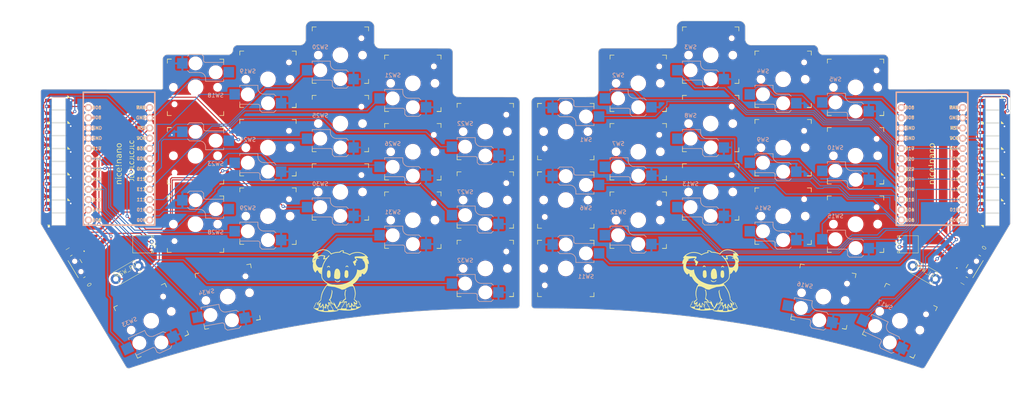
<source format=kicad_pcb>
(kicad_pcb (version 20221018) (generator pcbnew)
  (layers (0 "F.Cu" signal) (31 "B.Cu" signal) (34 "B.Paste" user) (35 "F.Paste" user) (36 "B.SilkS" user "B.Silkscreen") (37 "F.SilkS" user "F.Silkscreen") (38 "B.Mask" user) (39 "F.Mask" user) (44 "Edge.Cuts" user))
  (net 0 "")
  (net 1 "BAT+_L")
  (net 2 "GND_L")
  (net 3 "BAT+_R")
  (net 4 "GND_R")
  (net 5 "VCC_L")
  (net 6 "Net-(L1-DOUT)")
  (net 7 "LED_L")
  (net 8 "Net-(L2-DOUT)")
  (net 9 "Net-(L3-DOUT)")
  (net 10 "Net-(L4-DOUT)")
  (net 11 "Net-(L5-DOUT)")
  (net 12 "Net-(L6-DOUT)")
  (net 13 "Net-(L7-DOUT)")
  (net 14 "Net-(L8-DOUT)")
  (net 15 "Net-(L10-DIN)")
  (net 17 "VCC_R")
  (net 18 "Net-(L11-DOUT)")
  (net 19 "LED_R")
  (net 20 "Net-(L12-DOUT)")
  (net 21 "Net-(L13-DOUT)")
  (net 22 "Net-(L14-DOUT)")
  (net 23 "Net-(L15-DOUT)")
  (net 24 "Net-(L16-DOUT)")
  (net 25 "Net-(L17-DOUT)")
  (net 26 "Net-(L18-DOUT)")
  (net 27 "Net-(L19-DOUT)")
  (net 29 "BAT_SW_L")
  (net 35 "BAT_SW_R")
  (net 41 "RST_L")
  (net 42 "RST_R")
  (net 43 "SW1")
  (net 44 "SW2")
  (net 45 "SW3")
  (net 46 "SW4")
  (net 47 "SW5")
  (net 48 "SW6")
  (net 49 "SW7")
  (net 50 "SW8")
  (net 51 "SW9")
  (net 52 "SW10")
  (net 53 "SW11")
  (net 54 "SW12")
  (net 55 "SW13")
  (net 56 "SW14")
  (net 57 "SW15")
  (net 58 "SW16")
  (net 59 "SW17")
  (net 60 "SW18")
  (net 61 "SW19")
  (net 62 "SW20")
  (net 63 "SW21")
  (net 64 "SW22")
  (net 65 "SW23")
  (net 66 "SW24")
  (net 67 "SW27")
  (net 68 "SW28")
  (net 69 "SW29")
  (net 70 "SW30")
  (net 71 "SW33")
  (net 72 "SW34")
  (net 73 "SW25")
  (net 74 "SW32")
  (net 75 "SW26")
  (net 76 "SW31")
  (footprint "KoalaKeeb:SK6812-MINI-E" (layer "F.Cu") (at 44 70.8 180)
    (fp_text reference "L20" hide)
    (fp_text value "~" hide)
    (fp_line (start -1.7 -1.5) (end 1.7 -1.5) (stroke (width 0.12)) (layer "Edge.Cuts"))
    (fp_line (start -1.7 1.5) (end -1.7 -1.5) (stroke (width 0.12)) (layer "Edge.Cuts"))
    (fp_line (start 1.7 -1.5) (end 1.7 1.5) (stroke (width 0.12)) (layer "Edge.Cuts"))
    (fp_line (start 1.7 1.5) (end -1.7 1.5) (stroke (width 0.12)) (layer "Edge.Cuts"))
  )
  (footprint "KoalaKeeb:Koalalogo" (layer "F.Cu") (at 114 86)
    (fp_text reference "G***" hide)
    (fp_text value "LOGO" hide)
  )
  (footprint "KoalaKeeb:SK6812-MINI-E" (layer "F.Cu") (at 276 48.45)
    (fp_text reference "L3" hide)
    (fp_text value "~" hide)
    (fp_line (start -1.7 -1.5) (end 1.7 -1.5) (stroke (width 0.12)) (layer "Edge.Cuts"))
    (fp_line (start -1.7 1.5) (end -1.7 -1.5) (stroke (width 0.12)) (layer "Edge.Cuts"))
    (fp_line (start 1.7 -1.5) (end 1.7 1.5) (stroke (width 0.12)) (layer "Edge.Cuts"))
    (fp_line (start 1.7 1.5) (end -1.7 1.5) (stroke (width 0.12)) (layer "Edge.Cuts"))
  )
  (footprint "KoalaKeeb:Kailh_socket_PG1350" (layer "F.Cu") (at 242 55)
    (fp_text reference "SW10")
    (fp_text value "Switch_SW_Push")
  )
  (footprint "KoalaKeeb:JLC 2Pin" (layer "F.Cu") (at 67.096 77 -90)
    (fp_text reference "J2")
    (fp_text value "JLC_Battery_Con_R")
  )
  (footprint "KoalaKeeb:Kailh_socket_PG1350" (layer "F.Cu") (at 150 66)
    (fp_text reference "SW27")
    (fp_text value "Switch_SW_Push")
  )
  (footprint "KoalaKeeb:SK6812-MINI-E" (layer "F.Cu") (at 44 58 180)
    (fp_text reference "L16" hide)
    (fp_text value "~" hide)
    (fp_line (start -1.7 -1.5) (end 1.7 -1.5) (stroke (width 0.12)) (layer "Edge.Cuts"))
    (fp_line (start -1.7 1.5) (end -1.7 -1.5) (stroke (width 0.12)) (layer "Edge.Cuts"))
    (fp_line (start 1.7 -1.5) (end 1.7 1.5) (stroke (width 0.12)) (layer "Edge.Cuts"))
    (fp_line (start 1.7 1.5) (end -1.7 1.5) (stroke (width 0.12)) (layer "Edge.Cuts"))
  )
  (footprint "KoalaKeeb:Kailh_socket_PG1350" (layer "F.Cu") (at 234 90 -10)
    (fp_text reference "SW16")
    (fp_text value "Switch_SW_Push")
  )
  (footprint "KoalaKeeb:SK6812-MINI-E" (layer "F.Cu") (at 44 54.8)
    (fp_text reference "L15" hide)
    (fp_text value "~" hide)
    (fp_line (start -1.7 -1.5) (end 1.7 -1.5) (stroke (width 0.12)) (layer "Edge.Cuts"))
    (fp_line (start -1.7 1.5) (end -1.7 -1.5) (stroke (width 0.12)) (layer "Edge.Cuts"))
    (fp_line (start 1.7 -1.5) (end 1.7 1.5) (stroke (width 0.12)) (layer "Edge.Cuts"))
    (fp_line (start 1.7 1.5) (end -1.7 1.5) (stroke (width 0.12)) (layer "Edge.Cuts"))
  )
  (footprint "KoalaKeeb:SK6812-MINI-E" (layer "F.Cu") (at 276 67.65)
    (fp_text reference "L9" hide)
    (fp_text value "~" hide)
    (fp_line (start -1.7 -1.5) (end 1.7 -1.5) (stroke (width 0.12)) (layer "Edge.Cuts"))
    (fp_line (start -1.7 1.5) (end -1.7 -1.5) (stroke (width 0.12)) (layer "Edge.Cuts"))
    (fp_line (start 1.7 -1.5) (end 1.7 1.5) (stroke (width 0.12)) (layer "Edge.Cuts"))
    (fp_line (start 1.7 1.5) (end -1.7 1.5) (stroke (width 0.12)) (layer "Edge.Cuts"))
  )
  (footprint "KoalaKeeb:SK6812-MINI-E" (layer "F.Cu") (at 276 42.05)
    (fp_text reference "L1" hide)
    (fp_text value "~" hide)
    (fp_line (start -1.7 -1.5) (end 1.7 -1.5) (stroke (width 0.12)) (layer "Edge.Cuts"))
    (fp_line (start -1.7 1.5) (end -1.7 -1.5) (stroke (width 0.12)) (layer "Edge.Cuts"))
    (fp_line (start 1.7 -1.5) (end 1.7 1.5) (stroke (width 0.12)) (layer "Edge.Cuts"))
    (fp_line (start 1.7 1.5) (end -1.7 1.5) (stroke (width 0.12)) (layer "Edge.Cuts"))
  )
  (footprint "KoalaKeeb:Kailh_socket_PG1350" (layer "F.Cu") (at 132 37)
    (fp_text reference "SW21")
    (fp_text value "Switch_SW_Push")
  )
  (footprint "KoalaKeeb:TS-1136-4.3" (layer "F.Cu") (at 259 84 -30)
    (fp_text reference "RSW_L1")
    (fp_text value "Switch_SW_Push")
  )
  (footprint "KoalaKeeb:Kailh_socket_PG1350" (layer "F.Cu") (at 96 53)
    (fp_text reference "SW24")
    (fp_text value "Switch_SW_Push")
  )
  (footprint "KoalaKeeb:SK6812-MINI-E" (layer "F.Cu") (at 276 54.85)
    (fp_text reference "L5" hide)
    (fp_text value "~" hide)
    (fp_line (start -1.7 -1.5) (end 1.7 -1.5) (stroke (width 0.12)) (layer "Edge.Cuts"))
    (fp_line (start -1.7 1.5) (end -1.7 -1.5) (stroke (width 0.12)) (layer "Edge.Cuts"))
    (fp_line (start 1.7 -1.5) (end 1.7 1.5) (stroke (width 0.12)) (layer "Edge.Cuts"))
    (fp_line (start 1.7 1.5) (end -1.7 1.5) (stroke (width 0.12)) (layer "Edge.Cuts"))
  )
  (footprint "KoalaKeeb:Kailh_socket_PG1350" (layer "F.Cu") (at 78 55 180)
    (fp_text reference "SW23")
    (fp_text value "Switch_SW_Push")
  )
  (footprint "KoalaKeeb:SK6812-MINI-E" (layer "F.Cu") (at 44 45.2 180)
    (fp_text reference "L12" hide)
    (fp_text value "~" hide)
    (fp_line (start -1.7 -1.5) (end 1.7 -1.5) (stroke (width 0.12)) (layer "Edge.Cuts"))
    (fp_line (start -1.7 1.5) (end -1.7 -1.5) (stroke (width 0.12)) (layer "Edge.Cuts"))
    (fp_line (start 1.7 -1.5) (end 1.7 1.5) (stroke (width 0.12)) (layer "Edge.Cuts"))
    (fp_line (start 1.7 1.5) (end -1.7 1.5) (stroke (width 0.12)) (layer "Edge.Cuts"))
  )
  (footprint "KoalaKeeb:Kailh_socket_PG1350" (layer "F.Cu") (at 224 36)
    (fp_text reference "SW4")
    (fp_text value "Switch_SW_Push")
  )
  (footprint "KoalaKeeb:Kailh_socket_PG1350" (layer "F.Cu") (at 242 72)
    (fp_text reference "SW15")
    (fp_text value "Switch_SW_Push")
  )
  (footprint "KoalaKeeb:SK6812-MINI-E" (layer "F.Cu") (at 44 42)
    (fp_text reference "L11" hide)
    (fp_text value "~" hide)
    (fp_line (start -1.7 -1.5) (end 1.7 -1.5) (stroke (width 0.12)) (layer "Edge.Cuts"))
    (fp_line (start -1.7 1.5) (end -1.7 -1.5) (stroke (width 0.12)) (layer "Edge.Cuts"))
    (fp_line (start 1.7 -1.5) (end 1.7 1.5) (stroke (width 0.12)) (layer "Edge.Cuts"))
    (fp_line (start 1.7 1.5) (end -1.7 1.5) (stroke (width 0.12)) (layer "Edge.Cuts"))
  )
  (footprint "KoalaKeeb:Kailh_socket_PG1350" (layer "F.Cu") (at 96 70)
    (fp_text reference "SW29")
    (fp_text value "Switch_SW_Push")
  )
  (footprint "KoalaKeeb:Kailh_socket_PG1350" (layer "F.Cu") (at 86 90 10)
    (fp_text reference "SW34")
    (fp_text value "Switch_SW_Push")
  )
  (footprint "KoalaKeeb:Kailh_socket_PG1350" (layer "F.Cu") (at 96 36)
    (fp_text reference "SW19")
    (fp_text value "Switch_SW_Push")
  )
  (footprint "KoalaKeeb:Kailh_socket_PG1350" (layer "F.Cu") (at 67 96 25)
    (fp_text reference "SW33")
    (fp_text value "Switch_SW_Push")
  )
  (footprint "KoalaKeeb:SK6812-MINI-E" (layer "F.Cu") (at 276 61.25)
    (fp_text reference "L7" hide)
    (fp_text value "~" hide)
    (fp_line (start -1.7 -1.5) (end 1.7 -1.5) (stroke (width 0.12)) (layer "Edge.Cuts"))
    (fp_line (start -1.7 1.5) (end -1.7 -1.5) (stroke (width 0.12)) (layer "Edge.Cuts"))
    (fp_line (start 1.7 -1.5) (end 1.7 1.5) (stroke (width 0.12)) (layer "Edge.Cuts"))
    (fp_line (start 1.7 1.5) (end -1.7 1.5) (stroke (width 0.12)) (layer "Edge.Cuts"))
  )
  (footprint "KoalaKeeb:SK6812-MINI-E" (layer "F.Cu") (at 44 67.6)
    (fp_text reference "L19" hide)
    (fp_text value "~" hide)
    (fp_line (start -1.7 -1.5) (end 1.7 -1.5) (stroke (width 0.12)) (layer "Edge.Cuts"))
    (fp_line (start -1.7 1.5) (end -1.7 -1.5) (stroke (width 0.12)) (layer "Edge.Cuts"))
    (fp_line (start 1.7 -1.5) (end 1.7 1.5) (stroke (width 0.12)) (layer "Edge.Cuts"))
    (fp_line (start 1.7 1.5) (end -1.7 1.5) (stroke (width 0.12)) (layer "Edge.Cuts"))
  )
  (footprint "KoalaKeeb:MSK12C02" (layer "F.Cu") (at 48.76 82.5 -59)
    (fp_text reference "power_switch_R1" hide)
    (fp_text value "MSK12C02" hide)
  )
  (footprint "KoalaKeeb:Kailh_socket_PG1350" (layer "F.Cu") (at 132 54)
    (fp_text reference "SW26")
    (fp_text value "Switch_SW_Push")
  )
  (footprint "KoalaKeeb:Kailh_socket_PG1350" (layer "F.Cu") (at 170 49 180)
    (fp_text reference "SW1")
    (fp_text value "Switch_SW_Push")
  )
  (footprint "KoalaKeeb:Kailh_socket_PG1350" (layer "F.Cu") (at 188 71)
    (fp_text reference "SW12")
    (fp_text value "Switch_SW_Push")
  )
  (footprint "KoalaKeeb:Kailh_socket_PG1350" (layer "F.Cu") (at 114 64)
    (fp_text reference "SW30")
    (fp_text value "Switch_SW_Push")
  )
  (footprint "KoalaKeeb:SK6812-MINI-E" (layer "F.Cu") (at 44 64.4 180)
    (fp_text reference "L18" hide)
    (fp_text value "~" hide)
    (fp_line (start -1.7 -1.5) (end 1.7 -1.5) (stroke (width 0.12)) (layer "Edge.Cuts"))
    (fp_line (start -1.7 1.5) (end -1.7 -1.5) (stroke (width 0.12)) (layer "Edge.Cuts"))
    (fp_line (start 1.7 -1.5) (end 1.7 1.5) (stroke (width 0.12)) (layer "Edge.Cuts"))
    (fp_line (start 1.7 1.5) (end -1.7 1.5) (stroke (width 0.12)) (layer "Edge.Cuts"))
  )
  (footprint "KoalaKeeb:Kailh_socket_PG1350" (layer "F.Cu") (at 206 47)
    (fp_text reference "SW8")
    (fp_text value "Switch_SW_Push")
  )
  (footprint "KoalaKeeb:MSK12C02" (layer "F.Cu") (at 271.26 82.49 59)
    (fp_text reference "power_switch_L1" hide)
    (fp_text value "MSK12C02" hide)
  )
  (footprint "KoalaKeeb:SK6812-MINI-E" (layer "F.Cu") (at 44 48.4)
    (fp_text reference "L13" hide)
    (fp_text value "~" hide)
    (fp_line (start -1.7 -1.5) (end 1.7 -1.5) (stroke (width 0.12)) (layer "Edge.Cuts"))
    (fp_line (start -1.7 1.5) (end -1.7 -1.5) (stroke (width 0.12)) (layer "Edge.Cuts"))
    (fp_line (start 1.7 -1.5) (end 1.7 1.5) (stroke (width 0.12)) (layer "Edge.Cuts"))
    (fp_line (start 1.7 1.5) (end -1.7 1.5) (stroke (width 0.12)) (layer "Edge.Cuts"))
  )
  (footprint "KoalaKeeb:Kailh_socket_PG1350" (layer "F.Cu") (at 253 96 -25)
    (fp_text reference "SW17")
    (fp_text value "Switch_SW_Push")
  )
  (footprint "KoalaKeeb:JLC 2Pin" (layer "F.Cu") (at 252.904 77 90)
    (fp_text reference "J1")
    (fp_text value "JLC_Battery_Con_L")
  )
  (footprint "KoalaKeeb:Kailh_socket_PG1350" (layer "F.Cu") (at 132 71)
    (fp_text reference "SW31")
    (fp_text value "Switch_SW_Push")
  )
  (footprint "KoalaKeeb:Kailh_socket_PG1350" (layer "F.Cu") (at 170 66 180)
    (fp_text reference "SW6")
    (fp_text value "Switch_SW_Push")
  )
  (footprint "KoalaKeeb:nice!nano" (layer "F.Cu") (at 261 57 -90)
    (fp_text reference "U1" hide)
    (fp_text value "Nice!Nano_L" hide)
  )
  (footprint "KoalaKeeb:Kailh_socket_PG1350" (layer "F.Cu") (at 206 64)
    (fp_text reference "SW13")
    (fp_text value "Switch_SW_Push")
  )
  (footprint "KoalaKeeb:Kailh_socket_PG1350" (layer "F.Cu") (at 206 30)
    (fp_text reference "SW3")
    (fp_text value "Switch_SW_Push")
  )
  (footprint "KoalaKeeb:SK6812-MINI-E" (layer "F.Cu") (at 276 58.05 180)
    (fp_text reference "L6" hide)
    (fp_text value "~" hide)
    (fp_line (start -1.7 -1.5) (end 1.7 -1.5) (stroke (width 0.12)) (layer "Edge.Cuts"))
    (fp_line (start -1.7 1.5) (end -1.7 -1.5) (stroke (width 0.12)) (layer "Edge.Cuts"))
    (fp_line (start 1.7 -1.5) (end 1.7 1.5) (stroke (width 0.12)) (layer "Edge.Cuts"))
    (fp_line (start 1.7 1.5) (end -1.7 1.5) (stroke (width 0.12)) (layer "Edge.Cuts"))
  )
  (footprint "KoalaKeeb:Kailh_socket_PG1350" (layer "F.Cu") (at 242 38)
    (fp_text reference "SW5")
    (fp_text value "Switch_SW_Push")
  )
  (footprint "KoalaKeeb:Kailh_socket_PG1350" (layer "F.Cu") (at 78 72 180)
    (fp_text reference "SW28")
    (fp_text value "Switch_SW_Push")
  )
  (footprint "KoalaKeeb:Kailh_socket_PG1350" (layer "F.Cu") (at 224 70)
    (fp_text reference "SW14")
    (fp_text value "Switch_SW_Push")
  )
  (footprint "KoalaKeeb:Kailh_socket_PG1350" (layer "F.Cu") (at 150 83)
    (fp_text reference "SW32")
    (fp_text value "Switch_SW_Push")
  )
  (footprint "KoalaKeeb:SK6812-MINI-E" (layer "F.Cu") (at 44 51.6 180)
    (fp_text reference "L14" hide)
    (fp_text value "~" hide)
    (fp_line (start -1.7 -1.5) (end 1.7 -1.5) (stroke (width 0.12)) (layer "Edge.Cuts"))
    (fp_line (start -1.7 1.5) (end -1.7 -1.5) (stroke (width 0.12)) (layer "Edge.Cuts"))
    (fp_line (start 1.7 -1.5) (end 1.7 1.5) (stroke (width 0.12)) (layer "Edge.Cuts"))
    (fp_line (start 1.7 1.5) (end -1.7 1.5) (stroke (width 0.12)) (layer "Edge.Cuts"))
  )
  (footprint "KoalaKeeb:Kailh_socket_PG1350" (layer "F.Cu") (at 188 37)
    (fp_text reference "SW2")
    (fp_text value "Switch_SW_Push")
  )
  (footprint "KoalaKeeb:Kailh_socket_PG1350" (layer "F.Cu") (at 78 38 180)
    (fp_text reference "SW18")
    (fp_text value "Switch_SW_Push")
  )
  (footprint "KoalaKeeb:TS-1136-4.3" (layer "F.Cu") (at 61 84 30)
    (fp_text reference "RSW_R1")
    (fp_text value "Switch_SW_Push")
  )
  (footprint "KoalaKeeb:nice!nano" (layer "F.Cu") (at 59 57 -90)
    (fp_text reference "U2" hide)
    (fp_text value "Nice!Nano_R" hide)
  )
  (footprint "KoalaKeeb:Kailh_socket_PG1350" (layer "F.Cu") (at 114 30)
    (fp_text reference "SW20")
    (fp_text value "Switch_SW_Push")
  )
  (footprint "KoalaKeeb:Kailh_socket_PG1350" (layer "F.Cu") (at 114 47)
    (fp_text reference "SW25")
    (fp_text value "Switch_SW_Push")
  )
  (footprint "KoalaKeeb:Kailh_socket_PG1350" (layer "F.Cu") (at 150 49)
    (fp_text reference "SW22")
    (fp_text value "Switch_SW_Push")
  )
  (footprint "KoalaKeeb:Kailh_socket_PG1350" (layer "F.Cu") (at 188 54)
    (fp_text reference "SW7")
    (fp_text value "Switch_SW_Push")
  )
  (footprint "KoalaKeeb:SK6812-MINI-E" (layer "F.Cu") (at 44 61.2)
    (fp_text reference "L17" hide)
    (fp_text value "~" hide)
    (fp_line (start -1.7 -1.5) (end 1.7 -1.5) (stroke (width 0.12)) (layer "Edge.Cuts"))
    (fp_line (start -1.7 1.5) (end -1.7 -1.5) (stroke (width 0.12)) (layer "Edge.Cuts"))
    (fp_line (start 1.7 -1.5) (end 1.7 1.5) (stroke (width 0.12)) (layer "Edge.Cuts"))
    (fp_line (start 1.7 1.5) (end -1.7 1.5) (stroke (width 0.12)) (layer "Edge.Cuts"))
  )
  (footprint "KoalaKeeb:SK6812-MINI-E" (layer "F.Cu") (at 276 45.25 180)
    (fp_text reference "L2" hide)
    (fp_text value "~" hide)
    (fp_line (start -1.7 -1.5) (end 1.7 -1.5) (stroke (width 0.12)) (layer "Edge.Cuts"))
    (fp_line (start -1.7 1.5) (end -1.7 -1.5) (stroke (width 0.12)) (layer "Edge.Cuts"))
    (fp_line (start 1.7 -1.5) (end 1.7 1.5) (stroke (width 0.12)) (layer "Edge.Cuts"))
    (fp_line (start 1.7 1.5) (end -1.7 1.5) (stroke (width 0.12)) (layer "Edge.Cuts"))
  )
  (footprint "KoalaKeeb:Kailh_socket_PG1350" (layer "F.Cu") (at 224 53)
    (fp_text reference "SW9")
    (fp_text value "Switch_SW_Push")
  )
  (footprint "KoalaKeeb:SK6812-MINI-E" (layer "F.Cu") (at 276 51.65 180)
    (fp_text reference "L4" hide)
    (fp_text value "~" hide)
    (fp_line (start -1.7 -1.5) (end 1.7 -1.5) (stroke (width 0.12)) (layer "Edge.Cuts"))
    (fp_line (start -1.7 1.5) (end -1.7 -1.5) (stroke (width 0.12)) (layer "Edge.Cuts"))
    (fp_line (start 1.7 -1.5) (end 1.7 1.5) (stroke (width 0.12)) (layer "Edge.Cuts"))
    (fp_line (start 1.7 1.5) (end -1.7 1.5) (stroke (width 0.12)) (layer "Edge.Cuts"))
  )
  (footprint "KoalaKeeb:SK6812-MINI-E" (layer "F.Cu") (at 276 64.45 180)
    (fp_text reference "L8" hide)
    (fp_text value "~" hide)
    (fp_line (start -1.7 -1.5) (end 1.7 -1.5) (stroke (width 0.12)) (layer "Edge.Cuts"))
    (fp_line (start -1.7 1.5) (end -1.7 -1.5) (stroke (width 0.12)) (layer "Edge.Cuts"))
    (fp_line (start 1.7 -1.5) (end 1.7 1.5) (stroke (width 0.12)) (layer "Edge.Cuts"))
    (fp_line (start 1.7 1.5) (end -1.7 1.5) (stroke (width 0.12)) (layer "Edge.Cuts"))
  )
  (footprint "KoalaKeeb:Koalalogo_mirrored" (layer "F.Cu") (at 206 86)
    (fp_text reference "G***" hide)
    (fp_text value "LOGO" hide)
  )
  (footprint "KoalaKeeb:SK6812-MINI-E" (layer "F.Cu") (at 276 70.85 180)
    (fp_text reference "L10" hide)
    (fp_text value "~" hide)
    (fp_line (start -1.7 -1.5) (end 1.7 -1.5) (stroke (width 0.12)) (layer "Edge.Cuts"))
    (fp_line (start -1.7 1.5) (end -1.7 -1.5) (stroke (width 0.12)) (layer "Edge.Cuts"))
    (fp_line (start 1.7 -1.5) (end 1.7 1.5) (stroke (width 0.12)) (layer "Edge.Cuts"))
    (fp_line (start 1.7 1.5) (end -1.7 1.5) (stroke (width 0.12)) (layer "Edge.Cuts"))
  )
  (footprint "KoalaKeeb:Kailh_socket_PG1350" (layer "F.Cu") (at 170 83 180)
    (fp_text reference "SW11")
    (fp_text value "Switch_SW_Push")
  )
  (gr_arc (start 162.29 92.92) (mid 161.696838 92.656804) (end 161.49397 92.040397) (stroke (width 0.1)) (layer "Edge.Cuts"))
  (gr_arc (start 280.43 71.8) (mid 280.41973 71.903947) (end 280.384707 72.002354) (stroke (width 0.1)) (layer "Edge.Cuts"))
  (gr_arc (start 123.91397 28.329603) (mid 122.85331 27.890263) (end 122.41397 26.829603) (stroke (width 0.1)) (layer "Edge.Cuts"))
  (gr_arc (start 178.119945 29.23) (mid 178.380039 28.59711) (end 179.01 28.330001) (stroke (width 0.1)) (layer "Edge.Cuts"))
  (gr_line (start 158.51397 51.829603) (end 158.51397 59.029603) (stroke (width 0.1)) (layer "Edge.Cuts"))
  (gr_line (start 197.59 26.82) (end 197.59 23.02) (stroke (width 0.1)) (layer "Edge.Cuts"))
  (gr_line (start 161.485849 41.619995) (end 161.49 51.82) (stroke (width 0.1)) (layer "Edge.Cuts"))
  (gr_line (start 60.77397 107.489603) (end 39.86397 72.429603) (stroke (width 0.1)) (layer "Edge.Cuts"))
  (gr_line (start 157.313983 40.425439) (end 145.12397 40.409603) (stroke (width 0.1)) (layer "Edge.Cuts"))
  (gr_arc (start 39.57397 38.999603) (mid 39.714548 38.660172) (end 40.05397 38.519603) (stroke (width 0.1)) (layer "Edge.Cuts"))
  (gr_arc (start 166.99 92.946401) (mid 213.185204 96.661368) (end 258.193072 107.710785) (stroke (width 0.1)) (layer "Edge.Cuts"))
  (gr_arc (start 233.941469 29.916902) (mid 233.077133 29.569268) (end 232.694159 28.72) (stroke (width 0.1)) (layer "Edge.Cuts"))
  (gr_arc (start 161.485849 41.619995) (mid 161.838534 40.76854) (end 162.689987 40.415836) (stroke (width 0.1)) (layer "Edge.Cuts"))
  (gr_arc (start 143.26397 40.389639) (mid 142.291679 39.988965) (end 141.88397 39.019603) (stroke (width 0.1)) (layer "Edge.Cuts"))
  (gr_line (start 153.01397 92.956004) (end 157.71397 92.929603) (stroke (width 0.1)) (layer "Edge.Cuts"))
  (gr_line (start 166.99 92.946401) (end 162.29 92.92) (stroke (width 0.1)) (layer "Edge.Cuts"))
  (gr_arc (start 279.95 38.51) (mid 280.289411 38.650589) (end 280.43 38.99) (stroke (width 0.1)) (layer "Edge.Cuts"))
  (gr_arc (start 69.873897 38.138752) (mid 69.7697 38.424719) (end 69.48397 38.529602) (stroke (width 0.1)) (layer "Edge.Cuts"))
  (gr_arc (start 105.41397 26.129603) (mid 104.965357 27.12389) (end 103.95331 27.530862) (stroke (width 0.1)) (layer "Edge.Cuts"))
  (gr_arc (start 140.99397 28.339604) (mid 141.623931 28.606713) (end 141.884025 29.239603) (stroke (width 0.1)) (layer "Edge.Cuts"))
  (gr_line (start 143.26397 40.389639) (end 145.12397 40.409603) (stroke (width 0.1)) (layer "Edge.Cuts"))
  (gr_line (start 86.062501 29.926505) (end 71.065439 29.876913) (stroke (width 0.1)) (layer "Edge.Cuts"))
  (gr_line (start 161.49 51.82) (end 161.49 59.02) (stroke (width 0.1)) (layer "Edge.Cuts"))
  (gr_arc (start 158.51 92.05) (mid 158.307132 92.666407) (end 157.71397 92.929603) (stroke (width 0.1)) (layer "Edge.Cuts"))
  (gr_line (start 161.49397 92.040397) (end 161.49 59.02) (stroke (width 0.1)) (layer "Edge.Cuts"))
  (gr_arc (start 213.09 21.52) (mid 214.15066 21.95934) (end 214.59 23.02) (stroke (width 0.1)) (layer "Edge.Cuts"))
  (gr_line (start 280.384707 72.002354) (end 280.14 72.42) (stroke (width 0.1)) (layer "Edge.Cuts"))
  (gr_arc (start 248.938531 29.86731) (mid 249.789991 30.220009) (end 250.14269 31.071469) (stroke (width 0.1)) (layer "Edge.Cuts"))
  (gr_line (start 259.23 107.48) (end 280.14 72.42) (stroke (width 0.1)) (layer "Edge.Cuts"))
  (gr_arc (start 250.52 38.519999) (mid 250.234258 38.415138) (end 250.130073 38.129149) (stroke (width 0.1)) (layer "Edge.Cuts"))
  (gr_line (start 39.619263 72.011957) (end 39.86397 72.429603) (stroke (width 0.1)) (layer "Edge.Cuts"))
  (gr_line (start 39.57397 38.999603) (end 39.57397 71.809603) (stroke (width 0.1)) (layer "Edge.Cuts"))
  (gr_arc (start 69.86128 31.081072) (mid 70.213968 30.229593) (end 71.065439 29.876913) (stroke (width 0.1)) (layer "Edge.Cuts"))
  (gr_arc (start 157.313983 40.425439) (mid 158.165434 40.778141) (end 158.518121 41.629598) (stroke (width 0.1)) (layer "Edge.Cuts"))
  (gr_line (start 69.24397 38.529603) (end 69.48397 38.529603) (stroke (width 0.1)) (layer "Edge.Cuts"))
  (gr_line (start 122.41397 26.829603) (end 122.41397 23.029603) (stroke (width 0.1)) (layer "Edge.Cuts"))
  (gr_arc (start 178.12 39.01) (mid 177.712291 39.979362) (end 176.74 40.380036) (stroke (width 0.1)) (layer "Edge.Cuts"))
  (gr_line (start 158.51 92.05) (end 158.51397 59.029603) (stroke (width 0.1)) (layer "Edge.Cuts"))
  (gr_arc (start 87.309811 28.729603) (mid 86.926826 29.578852) (end 86.062501 29.926505) (stroke (width 0.1)) (layer "Edge.Cuts"))
  (gr_arc (start 61.810898 107.720388) (mid 106.818766 96.670971) (end 153.01397 92.956004) (stroke (width 0.1)) (layer "Edge.Cuts"))
  (gr_arc (start 197.59 23.02) (mid 198.02934 21.95934) (end 199.09 21.52) (stroke (width 0.1)) (layer "Edge.Cuts"))
  (gr_line (start 280.43 38.99) (end 280.43 71.8) (stroke (width 0.1)) (layer "Edge.Cuts"))
  (gr_line (start 233.941469 29.916902) (end 248.938531 29.86731) (stroke (width 0.1)) (layer "Edge.Cuts"))
  (gr_arc (start 231.49 27.515841) (mid 232.341469 27.868531) (end 232.694159 28.72) (stroke (width 0.1)) (layer "Edge.Cuts"))
  (gr_arc (start 120.91397 21.529603) (mid 121.97463 21.968943) (end 122.41397 23.029603) (stroke (width 0.1)) (layer "Edge.Cuts"))
  (gr_line (start 103.95331 27.530862) (end 88.51397 27.529603) (stroke (width 0.1)) (layer "Edge.Cuts"))
  (gr_arc (start 39.619263 72.011957) (mid 39.584232 71.913551) (end 39.57397 71.809603) (stroke (width 0.1)) (layer "Edge.Cuts"))
  (gr_arc (start 61.810898 107.720387) (mid 61.249169 107.800791) (end 60.775279 107.488657) (stroke (width 0.1)) (layer "Edge.Cuts"))
  (gr_arc (start 197.59 26.82) (mid 197.15066 27.88066) (end 196.09 28.32) (stroke (width 0.1)) (layer "Edge.Cuts"))
  (gr_line (start 250.76 38.52) (end 250.52 38.52) (stroke (width 0.1)) (layer "Edge.Cuts"))
  (gr_line (start 120.91397 21.529603) (end 106.91397 21.529603) (stroke (width 0.1)) (layer "Edge.Cuts"))
  (gr_line (start 140.99397 28.339603) (end 123.91397 28.329603) (stroke (width 0.1)) (layer "Edge.Cuts"))
  (gr_arc (start 87.309811 28.729603) (mid 87.66249 27.878115) (end 88.51397 27.525444) (stroke (width 0.1)) (layer "Edge.Cuts"))
  (gr_arc (start 105.41397 23.029603) (mid 105.85331 21.968943) (end 106.91397 21.529603) (stroke (width 0.1)) (layer "Edge.Cuts"))
  (gr_line (start 69.86128 31.081072) (end 69.86397 38.139603) (stroke (width 0.1)) (layer "Edge.Cuts"))
  (gr_line (start 199.09 21.52) (end 213.09 21.52) (stroke (width 0.1)) (layer "Edge.Cuts"))
  (gr_line (start 105.41397 23.029603) (end 105.41397 26.129603) (stroke (width 0.1)) (layer "Edge.Cuts"))
  (gr_line (start 178.119945 29.23) (end 178.12 39.01) (stroke (width 0.1)) (layer "Edge.Cuts"))
  (gr_line (start 176.74 40.380036) (end 174.88 40.4) (stroke (width 0.1)) (layer "Edge.Cuts"))
  (gr_line (start 162.689987 40.415836) (end 174.88 40.4) (stroke (width 0.1)) (layer "Edge.Cuts"))
  (gr_line (start 179.01 28.33) (end 196.09 28.32) (stroke (width 0.1)) (layer "Edge.Cuts"))
  (gr_line (start 216.05066 27.521259) (end 231.49 27.52) (stroke (width 0.1)) (layer "Edge.Cuts"))
  (gr_line (start 214.59 23.02) (end 214.59 26.12) (stroke (width 0.1)) (layer "Edge.Cuts"))
  (gr_arc (start 259.228691 107.479054) (mid 258.754799 107.791189) (end 258.193072 107.710784) (stroke (width 0.1)) (layer "Edge.Cuts"))
  (gr_line (start 158.518121 41.629598) (end 158.51397 51.829603) (stroke (width 0.1)) (layer "Edge.Cuts"))
  (gr_line (start 141.884025 29.239603) (end 141.88397 39.019603) (stroke (width 0.1)) (layer "Edge.Cuts"))
  (gr_line (start 40.05397 38.519603) (end 69.24397 38.529603) (stroke (width 0.1)) (layer "Edge.Cuts"))
  (gr_line (start 279.95 38.51) (end 250.76 38.52) (stroke (width 0.1)) (layer "Edge.Cuts"))
  (gr_line (start 250.14269 31.071469) (end 250.14 38.13) (stroke (width 0.1)) (layer "Edge.Cuts"))
  (gr_arc (start 216.05066 27.521259) (mid 215.038611 27.114291) (end 214.59 26.12) (stroke (width 0.1)) (layer "Edge.Cuts"))
  (gr_text "JLCJLCJLCJLC" (at 62.8 61.5 90) (layer "F.SilkS") (effects (font (size 1 1)) (justify left bottom)))
  (segment (start 262.975 77.625) (end 266.47 81.12) (width 0.25) (layer "F.Cu") (net 1))
  (segment (start 252.904 77.625) (end 262.975 77.625) (width 0.25) (layer "F.Cu") (net 1))
  (segment (start 266.47 81.12) (end 266.47 81.420401) (width 0.25) (layer "F.Cu") (net 1))
  (segment (start 266.47 81.420401) (end 268.515405 83.465806) (width 0.25) (layer "F.Cu") (net 1))
  (segment (start 273.24 58.8) (end 271.825 60.215) (width 0.25) (layer "F.Cu") (net 2))
  (segment (start 273.24 46) (end 271.79 47.45) (width 0.25) (layer "F.Cu") (net 2))
  (segment (start 273.45 58.8) (end 273.24 58.8) (width 0.25) (layer "F.Cu") (net 2))
  (segment (start 273.02 45.57) (end 268.62 45.57) (width 0.25) (layer "F.Cu") (net 2))
  (segment (start 271.79 51.03) (end 273.16 52.4) (width 0.25) (layer "F.Cu") (net 2))
  (segment (start 272.275 53.365) (end 271.825 53.815) (width 0.25) (layer "F.Cu") (net 2))
  (segment (start 273.45 46) (end 273.02 45.57) (width 0.25) (layer "F.Cu") (net 2))
  (segment (start 273.04 71.6) (end 273.45 71.6) (width 0.25) (layer "F.Cu") (net 2))
  (segment (start 271.825 70.385) (end 273.04 71.6) (width 0.25) (layer "F.Cu") (net 2))
  (segment (start 273.04 65.2) (end 273.45 65.2) (width 0.25) (layer "F.Cu") (net 2))
  (segment (start 271.825 53.815) (end 271.825 57.585) (width 0.25) (layer "F.Cu") (net 2))
  (segment (start 271.825 63.985) (end 273.04 65.2) (width 0.25) (layer "F.Cu") (net 2))
  (segment (start 273.45 53.1) (end 273.185 53.365) (width 0.25) (layer "F.Cu") (net 2))
  (segment (start 271.79 47.45) (end 271.79 51.03) (width 0.25) (layer "F.Cu") (net 2))
  (segment (start 271.825 60.215) (end 271.825 63.985) (width 0.25) (layer "F.Cu") (net 2))
  (segment (start 273.185 53.365) (end 272.275 53.365) (width 0.25) (layer "F.Cu") (net 2))
  (segment (start 273.45 52.4) (end 273.45 53.1) (width 0.25) (layer "F.Cu") (net 2))
  (segment (start 273.24 65.2) (end 271.825 66.615) (width 0.25) (layer "F.Cu") (net 2))
  (segment (start 273.16 52.4) (end 273.45 52.4) (width 0.25) (layer "F.Cu") (net 2))
  (segment (start 271.825 66.615) (end 271.825 70.385) (width 0.25) (layer "F.Cu") (net 2))
  (segment (start 273.45 46) (end 273.24 46) (width 0.25) (layer "F.Cu") (net 2))
  (segment (start 273.04 58.8) (end 273.45 58.8) (width 0.25) (layer "F.Cu") (net 2))
  (segment (start 271.825 57.585) (end 273.04 58.8) (width 0.25) (layer "F.Cu") (net 2))
  (segment (start 273.45 65.2) (end 273.24 65.2) (width 0.25) (layer "F.Cu") (net 2))
  (via (at 279 54.1) (size 0.8) (drill 0.4) (layers "F.Cu" "B.Cu") (net 2))
  (via (at 279 47.7) (size 0.8) (drill 0.4) (layers "F.Cu" "B.Cu") (net 2))
  (via (at 278.99 66.9) (size 0.8) (drill 0.4) (layers "F.Cu" "B.Cu") (net 2))
  (via (at 279 60.5) (size 0.8) (drill 0.4) (layers "F.Cu" "B.Cu") (net 2))
  (via (at 278.99 41.29) (size 0.8) (drill 0.4) (layers "F.Cu" "B.Cu") (net 2))
  (segment (start 50.017843 79.618553) (end 49.186924 79.618553) (width 0.25) (layer "F.Cu") (net 3))
  (segment (start 55.361396 74.275) (end 50.017843 79.618553) (width 0.25) (layer "F.Cu") (net 3))
  (segment (start 55.361396 74.275) (end 64.275 74.275) (width 0.25) (layer "F.Cu") (net 3))
  (segment (start 66.375 76.375) (end 67.096 76.375) (width 0.25) (layer "F.Cu") (net 3))
  (segment (start 64.275 74.275) (end 66.375 76.375) (width 0.25) (layer "F.Cu") (net 3))
  (segment (start 41.45 71.55) (end 41.45 72.6) (width 0.25) (layer "F.Cu") (net 4))
  (segment (start 41.04 52.35) (end 41.45 52.35) (width 0.25) (layer "F.Cu") (net 4))
  (segment (start 41.45 72.6) (end 41.47 72.62) (width 0.25) (layer "F.Cu") (net 4))
  (segment (start 41.04 58.75) (end 41.45 58.75) (width 0.25) (layer "F.Cu") (net 4))
  (segment (start 41.24 52.35) (end 39.805 53.785) (width 0.25) (layer "F.Cu") (net 4))
  (segment (start 39.825 70.335) (end 41.04 71.55) (width 0.25) (layer "F.Cu") (net 4))
  (segment (start 40.68 46.51) (end 39.825 47.365) (width 0.25) (layer "F.Cu") (net 4))
  (segment (start 39.805 57.515) (end 41.04 58.75) (width 0.25) (layer "F.Cu") (net 4))
  (segment (start 41.45 58.75) (end 41.24 58.75) (width 0.25) (layer "F.Cu") (net 4))
  (segment (start 39.825 47.365) (end 39.825 51.135) (width 0.25) (layer "F.Cu") (net 4))
  (segment (start 41.47 72.65) (end 41.5 72.65) (width 0.25) (layer "F.Cu") (net 4))
  (segment (start 39.825 51.135) (end 41.04 52.35) (width 0.25) (layer "F.Cu") (net 4))
  (segment (start 41.24 65.15) (end 39.825 66.565) (width 0.25) (layer "F.Cu") (net 4))
  (segment (start 39.805 53.785) (end 39.805 57.515) (width 0.25) (layer "F.Cu") (net 4))
  (segment (start 41.45 65.15) (end 41.24 65.15) (width 0.25) (layer "F.Cu") (net 4))
  (segment (start 39.825 66.565) (end 39.825 70.335) (width 0.25) (layer "F.Cu") (net 4))
  (segment (start 39.815 63.925) (end 41.04 65.15) (width 0.25) (layer "F.Cu") (net 4))
  (segment (start 41.47 72.62) (end 41.47 72.65) (width 0.25) (layer "F.Cu") (net 4))
  (segment (start 41.45 46.51) (end 40.68 46.51) (width 0.25) (layer "F.Cu") (net 4))
  (segment (start 41.04 71.55) (end 41.45 71.55) (width 0.25) (layer "F.Cu") (net 4))
  (segment (start 41.45 45.95) (end 41.45 46.51) (width 0.25) (layer "F.Cu") (net 4))
  (segment (start 41.04 65.15) (end 41.45 65.15) (width 0.25) (layer "F.Cu") (net 4))
  (segment (start 67.89 45.57) (end 66.62 45.57) (width 0.25) (layer "F.Cu") (net 4))
  (segment (start 41.45 52.35) (end 41.24 52.35) (width 0.25) (layer "F.Cu") (net 4))
  (segment (start 39.815 60.175) (end 39.815 63.925) (width 0.25) (layer "F.Cu") (net 4))
  (segment (start 41.24 58.75) (end 39.815 60.175) (width 0.25) (layer "F.Cu") (net 4))
  (segment (start 72.14 49.82) (end 67.89 45.57) (width 0.25) (layer "F.Cu") (net 4))
  (segment (start 41.5 72.65) (end 41.48 72.63) (width 0.25) (layer "F.Cu") (net 4))
  (via (at 72.14 49.82) (size 0.8) (drill 0.4) (layers "F.Cu" "B.Cu") (net 4))
  (via (at 46.99 47.64) (size 0.8) (drill 0.4) (layers "F.Cu" "B.Cu") (net 4))
  (via (at 46.99 54.06) (size 0.8) (drill 0.4) (layers "F.Cu" "B.Cu") (net 4))
  (via (at 46.99 60.45) (size 0.8) (drill 0.4) (layers "F.Cu" "B.Cu") (net 4))
  (via (at 46.97 41.24) (size 0.8) (drill 0.4) (layers "F.Cu" "B.Cu") (net 4))
  (via (at 41.47 72.65) (size 0.8) (drill 0.4) (layers "F.Cu" "B.Cu") (net 4))
  (via (at 46.99 66.85) (size 0.8) (drill 0.4) (layers "F.Cu" "B.Cu") (net 4))
  (segment (start 278.55 50.9) (end 278.96 50.9) (width 0.25) (layer "F.Cu") (net 5))
  (segment (start 278.96 50.9) (end 280.175 52.115) (width 0.25) (layer "F.Cu") (net 5))
  (segment (start 280.175 55.885) (end 278.76 57.3) (width 0.25) (layer "F.Cu") (net 5))
  (segment (start 278.655 64.465) (end 279.725 64.465) (width 0.25) (layer "F.Cu") (net 5))
  (segment (start 278.99 50.9) (end 278.55 50.9) (width 0.25) (layer "F.Cu") (net 5))
  (segment (start 278.55 44.5) (end 278.99 44.5) (width 0.25) (layer "F.Cu") (net 5))
  (segment (start 278.61 70.1) (end 278.55 70.1) (width 0.25) (layer "F.Cu") (net 5))
  (segment (start 280.175 49.715) (end 278.99 50.9) (width 0.25) (layer "F.Cu") (net 5))
  (segment (start 278.76 57.3) (end 278.55 57.3) (width 0.25) (layer "F.Cu") (net 5))
  (segment (start 280.175 52.115) (end 280.175 55.885) (width 0.25) (layer "F.Cu") (net 5))
  (segment (start 280.175 68.535) (end 278.61 70.1) (width 0.25) (layer "F.Cu") (net 5))
  (segment (start 280.175 64.915) (end 280.175 68.535) (width 0.25) (layer "F.Cu") (net 5))
  (segment (start 279.725 64.465) (end 280.175 64.915) (width 0.25) (layer "F.Cu") (net 5))
  (segment (start 278.55 63.7) (end 278.55 64.36) (width 0.25) (layer "F.Cu") (net 5))
  (segment (start 278.55 64.36) (end 278.655 64.465) (width 0.25) (layer "F.Cu") (net 5))
  (segment (start 279.78 43.83) (end 279.22 43.83) (width 0.25) (layer "F.Cu") (net 5))
  (segment (start 280.175 45.685) (end 280.175 49.715) (width 0.25) (layer "F.Cu") (net 5))
  (segment (start 278.96 57.3) (end 280.175 58.515) (width 0.25) (layer "F.Cu") (net 5))
  (segment (start 280.175 62.285) (end 278.76 63.7) (width 0.25) (layer "F.Cu") (net 5))
  (segment (start 279.22 43.83) (end 278.55 44.5) (width 0.25) (layer "F.Cu") (net 5))
  (segment (start 278.76 63.7) (end 278.55 63.7) (width 0.25) (layer "F.Cu") (net 5))
  (segment (start 278.55 57.3) (end 278.96 57.3) (width 0.25) (layer "F.Cu") (net 5))
  (segment (start 278.99 44.5) (end 280.175 45.685) (width 0.25) (layer "F.Cu") (net 5))
  (segment (start 280.175 58.515) (end 280.175 62.285) (width 0.25) (layer "F.Cu") (net 5))
  (via (at 273 68.39) (size 0.8) (drill 0.4) (layers "F.Cu" "B.Cu") (net 5))
  (via (at 273 49.19) (size 0.8) (drill 0.4) (layers "F.Cu" "B.Cu") (net 5))
  (via (at 273 55.6) (size 0.8) (drill 0.4) (layers "F.Cu" "B.Cu") (net 5))
  (via (at 279.78 43.83) (size 0.8) (drill 0.4) (layers "F.Cu" "B.Cu") (net 5))
  (via (at 273 62) (size 0.8) (drill 0.4) (layers "F.Cu" "B.Cu") (net 5))
  (via (at 273 42.8) (size 0.8) (drill 0.4) (layers "F.Cu" "B.Cu") (net 5))
  (segment (start 279.78 40.63) (end 279.78 43.83) (width 0.25) (layer "B.Cu") (net 5))
  (segment (start 273 41.673223) (end 273.01 41.663223) (width 0.25) (layer "B.Cu") (net 5))
  (segment (start 272.99 50.65) (end 268.62 50.65) (width 0.25) (layer "B.Cu") (net 5))
  (segment (start 273.01 41.663223) (end 273.01 41.03) (width 0.25) (layer "B.Cu") (net 5))
  (segment (start 279.38 40.23) (end 279.78 40.63) (width 0.25) (layer "B.Cu") (net 5))
  (segment (start 273 50.64) (end 273 49.19) (width 0.25) (layer "B.Cu") (net 5))
  (segment (start 273 42.8) (end 273 41.673223) (width 0.25) (layer "B.Cu") (net 5))
  (segment (start 273 68.39) (end 273 62) (width 0.25) (layer "B.Cu") (net 5))
  (segment (start 273.01 41.03) (end 273.81 40.23) (width 0.25) (layer "B.Cu") (net 5))
  (segment (start 273 55.6) (end 273 62) (width 0.25) (layer "B.Cu") (net 5))
  (segment (start 273 49.19) (end 273 42.8) (width 0.25) (layer "B.Cu") (net 5))
  (segment (start 273 50.64) (end 272.99 50.65) (width 0.25) (layer "B.Cu") (net 5))
  (segment (start 273 55.6) (end 273 50.64) (width 0.25) (layer "B.Cu") (net 5))
  (segment (start 275.01 40.23) (end 279.38 40.23) (width 0.25) (layer "B.Cu") (net 5))
  (segment (start 273.81 40.23) (end 275.01 40.23) (width 0.25) (layer "B.Cu") (net 5))
  (segment (start 273.01 44.5) (end 273.45 44.5) (width 0.25) (layer "F.Cu") (net 6))
  (segment (start 272.275 42.035) (end 272.275 43.765) (width 0.25) (layer "F.Cu") (net 6))
  (segment (start 273.45 41.3) (end 273.01 41.3) (width 0.25) (layer "F.Cu") (net 6))
  (segment (start 272.275 43.765) (end 273.01 44.5) (width 0.25) (layer "F.Cu") (net 6))
  (segment (start 273.01 41.3) (end 272.275 42.035) (width 0.25) (layer "F.Cu") (net 6))
  (segment (start 279.23 40.34) (end 256.07 40.34) (width 0.25) (layer "F.Cu") (net 7))
  (segment (start 256.07 40.34) (end 253.38 43.03) (width 0.25) (layer "F.Cu") (net 7))
  (segment (start 278.55 42.8) (end 278.99 42.8) (width 0.25) (layer "F.Cu") (net 7))
  (segment (start 278.99 42.8) (end 279.725 42.065) (width 0.25) (layer "F.Cu") (net 7))
  (segment (start 279.725 42.065) (end 279.725 40.835) (width 0.25) (layer "F.Cu") (net 7))
  (segment (start 279.725 40.835) (end 279.23 40.34) (width 0.25) (layer "F.Cu") (net 7))
  (segment (start 278.55 46) (end 279.725 47.175) (width 0.25) (layer "F.Cu") (net 8))
  (segment (start 279.725 48.865) (end 279.39 49.2) (width 0.25) (layer "F.Cu") (net 8))
  (segment (start 279.39 49.2) (end 278.55 49.2) (width 0.25) (layer "F.Cu") (net 8))
  (segment (start 279.725 47.175) (end 279.725 48.865) (width 0.25) (layer "F.Cu") (net 8))
  (segment (start 272.83 50.9) (end 273.45 50.9) (width 0.25) (layer "F.Cu") (net 9))
  (segment (start 273.04 47.7) (end 272.275 48.465) (width 0.25) (layer "F.Cu") (net 9))
  (segment (start 273.45 47.7) (end 273.04 47.7) (width 0.25) (layer "F.Cu") (net 9))
  (segment (start 272.275 48.465) (end 272.275 50.345) (width 0.25) (layer "F.Cu") (net 9))
  (segment (start 272.275 50.345) (end 272.83 50.9) (width 0.25) (layer "F.Cu") (net 9))
  (segment (start 278.99 55.6) (end 278.55 55.6) (width 0.25) (layer "F.Cu") (net 10))
  (segment (start 279.725 54.865) (end 278.99 55.6) (width 0.25) (layer "F.Cu") (net 10))
  (segment (start 278.55 52.4) (end 279.725 53.575) (width 0.25) (layer "F.Cu") (net 10))
  (segment (start 279.725 53.575) (end 279.725 54.865) (width 0.25) (layer "F.Cu") (net 10))
  (segment (start 273.04 54.1) (end 272.275 54.865) (width 0.25) (layer "F.Cu") (net 11))
  (segment (start 272.275 54.865) (end 272.275 56.565) (width 0.25) (layer "F.Cu") (net 11))
  (segment (start 273.45 54.1) (end 273.04 54.1) (width 0.25) (layer "F.Cu") (net 11))
  (segment (start 273.01 57.3) (end 273.45 57.3) (width 0.25) (layer "F.Cu") (net 11))
  (segment (start 272.275 56.565) (end 273.01 57.3) (width 0.25) (layer "F.Cu") (net 11))
  (segment (start 278.55 58.8) (end 279.725 59.975) (width 0.25) (layer "F.Cu") (net 12))
  (segment (start 279.725 59.975) (end 279.725 60.924533) (width 0.25) (layer "F.Cu") (net 12))
  (segment (start 278.649533 62) (end 278.55 62) (width 0.25) (layer "F.Cu") (net 12))
  (segment (start 279.725 60.924533) (end 278.649533 62) (width 0.25) (layer "F.Cu") (net 12))
  (segment (start 273.24 63.7) (end 273.45 63.7) (width 0.25) (layer "F.Cu") (net 13))
  (segment (start 272.275 61.265) (end 272.275 62.735) (width 0.25) (layer "F.Cu") (net 13))
  (segment (start 273.45 60.5) (end 273.04 60.5) (width 0.25) (layer "F.Cu") (net 13))
  (segment (start 272.275 62.735) (end 273.24 63.7) (width 0.25) (layer "F.Cu") (net 13))
  (segment (start 273.04 60.5) (end 272.275 61.265) (width 0.25) (layer "F.Cu") (net 13))
  (segment (start 278.649533 68.4) (end 278.55 68.4) (width 0.25) (layer "F.Cu") (net 14))
  (segment (start 278.55 65.2) (end 279.725 66.375) (width 0.25) (layer "F.Cu") (net 14))
  (segment (start 279.725 66.375) (end 279.725 67.324533) (width 0.25) (layer "F.Cu") (net 14))
  (segment (start 279.725 67.324533) (end 278.649533 68.4) (width 0.25) (layer "F.Cu") (net 14))
  (segment (start 273.24 70.1) (end 273.45 70.1) (width 0.25) (layer "F.Cu") (net 15))
  (segment (start 272.275 67.665) (end 272.275 69.135) (width 0.25) (layer "F.Cu") (net 15))
  (segment (start 273.45 66.9) (end 273.04 66.9) (width 0.25) (layer "F.Cu") (net 15))
  (segment (start 272.275 69.135) (end 273.24 70.1) (width 0.25) (layer "F.Cu") (net 15))
  (segment (start 273.04 66.9) (end 272.275 67.665) (width 0.25) (layer "F.Cu") (net 15))
  (segment (start 47.55 44.45) (end 48 44) (width 0.25) (layer "F.Cu") (net 17))
  (segment (start 46.99 70.05) (end 46.55 70.05) (width 0.25) (layer "F.Cu") (net 17))
  (segment (start 48.175 52.035) (end 48.175 55.835) (width 0.25) (layer "F.Cu") (net 17))
  (segment (start 46.96 63.65) (end 46.55 63.65) (width 0.25) (layer "F.Cu") (net 17))
  (segment (start 46.99 63.65) (end 48.175 64.835) (width 0.25) (layer "F.Cu") (net 17))
  (segment (start 46.96 44.45) (end 48.175 45.665) (width 0.25) (layer "F.Cu") (net 17))
  (segment (start 46.76 57.25) (end 46.55 57.25) (width 0.25) (layer "F.Cu") (net 17))
  (segment (start 46.55 50.85) (end 46.99 50.85) (width 0.25) (layer "F.Cu") (net 17))
  (segment (start 48.175 49.435) (end 46.76 50.85) (width 0.25) (layer "F.Cu") (net 17))
  (segment (start 48.175 55.835) (end 46.76 57.25) (width 0.25) (layer "F.Cu") (net 17))
  (segment (start 48.18 58.44) (end 48.18 62.43) (width 0.25) (layer "F.Cu") (net 17))
  (segment (start 46.99 57.25) (end 48.18 58.44) (width 0.25) (layer "F.Cu") (net 17))
  (segment (start 46.55 63.65) (end 46.99 63.65) (width 0.25) (layer "F.Cu") (net 17))
  (segment (start 48.175 45.665) (end 48.175 49.435) (width 0.25) (layer "F.Cu") (net 17))
  (segment (start 46.55 57.25) (end 46.99 57.25) (width 0.25) (layer "F.Cu") (net 17))
  (segment (start 48.175 68.865) (end 46.99 70.05) (width 0.25) (layer "F.Cu") (net 17))
  (segment (start 46.55 44.45) (end 47.55 44.45) (width 0.25) (layer "F.Cu") (net 17))
  (segment (start 48.175 64.835) (end 48.175 68.865) (width 0.25) (layer "F.Cu") (net 17))
  (segment (start 46.55 44.45) (end 46.96 44.45) (width 0.25) (layer "F.Cu") (net 17))
  (segment (start 48.18 62.43) (end 46.96 63.65) (width 0.25) (layer "F.Cu") (net 17))
  (segment (start 46.99 50.85) (end 48.175 52.035) (width 0.25) (layer "F.Cu") (net 17))
  (segment (start 46.76 50.85) (end 46.55 50.85) (width 0.25) (layer "F.Cu") (net 17))
  (via (at 41 49.14) (size 0.8) (drill 0.4) (layers "F.Cu" "B.Cu") (net 17))
  (via (at 40.99 61.95) (size 0.8) (drill 0.4) (layers "F.Cu" "B.Cu") (net 17))
  (via (at 41.02 68.34) (size 0.8) (drill 0.4) (layers "F.Cu" "B.Cu") (net 17))
  (via (at 40.99 42.74) (size 0.8) (drill 0.4) (layers "F.Cu" "B.Cu") (net 17))
  (via (at 40.98 55.54) (size 0.8) (drill 0.4) (layers "F.Cu" "B.Cu") (net 17))
  (via (at 48 44) (size 0.8) (drill 0.4) (layers "F.Cu" "B.Cu") (net 17))
  (segment (start 40.99 49.13) (end 41 49.14) (width 0.25) (layer "B.Cu") (net 17))
  (segment (start 41.96 40.19) (end 48 40.19) (width 0.25) (layer "B.Cu") (net 17))
  (segment (start 48 44) (end 48 40.19) (width 0.25) (layer "B.Cu") (net 17))
  (segment (start 56.16 40.19) (end 66.62 50.65) (width 0.25) (layer "B.Cu") (net 17))
  (segment (start 40.99 42.74) (end 40.99 49.13) (width 0.25) (layer "B.Cu") (net 17))
  (segment (start 40.98 61.94) (end 40.99 61.95) (width 0.25) (layer "B.Cu") (net 17))
  (segment (start 40.99 61.95) (end 40.99 68.31) (width 0.25) (layer "B.Cu") (net 17))
  (segment (start 48 40.19) (end 56.16 40.19) (width 0.25) (layer "B.Cu") (net 17))
  (segment (start 40.99 68.31) (end 41.02 68.34) (width 0.25) (layer "B.Cu") (net 17))
  (segment (start 41 55.52) (end 40.98 55.54) (width 0.25) (layer "B.Cu") (net 17))
  (segment (start 40.99 41.16) (end 41.96 40.19) (width 0.25) (layer "B.Cu") (net 17))
  (segment (start 40.98 55.54) (end 40.98 61.94) (width 0.25) (layer "B.Cu") (net 17))
  (segment (start 41 49.14) (end 41 55.52) (width 0.25) (layer "B.Cu") (net 17))
  (segment (start 40.99 42.74) (end 40.99 41.16) (width 0.25) (layer "B.Cu") (net 17))
  (segment (start 40.265 41.995) (end 40.265 43.705) (width 0.25) (layer "F.Cu") (net 18))
  (segment (start 41.45 41.25) (end 41.01 41.25) (width 0.25) (layer "F.Cu") (net 18))
  (segment (start 41.45 41.25) (end 41.04 41.25) (width 0.25) (layer "F.Cu") (net 18))
  (segment (start 41.04 41.25) (end 40.265 42.025) (width 0.25) (layer "F.Cu") (net 18))
  (segment (start 41.01 41.25) (end 40.265 41.995) (width 0.25) (layer "F.Cu") (net 18))
  (segment (start 40.265 42.025) (end 40.265 43.705) (width 0.25) (layer "F.Cu") (net 18))
  (segment (start 40.265 43.705) (end 41.01 44.45) (width 0.25) (layer "F.Cu") (net 18))
  (segment (start 41.01 44.45) (end 41.45 44.45) (width 0.25) (layer "F.Cu") (net 18))
  (segment (start 51.1 42.75) (end 51.38 43.03) (width 0.25) (layer "F.Cu") (net 19))
  (segment (start 46.55 42.75) (end 51.1 42.75) (width 0.25) (layer "F.Cu") (net 19))
  (segment (start 46.55 45.95) (end 47.725 47.125) (width 0.25) (layer "F.Cu") (net 20))
  (segment (start 47.725 48.074533) (end 46.649533 49.15) (width 0.25) (layer "F.Cu") (net 20))
  (segment (start 46.649533 49.15) (end 46.55 49.15) (width 0.25) (layer "F.Cu") (net 20))
  (segment (start 47.725 47.125) (end 47.725 48.074533) (width 0.25) (layer "F.Cu") (net 20))
  (segment (start 41.01 50.85) (end 41.45 50.85) (width 0.25) (layer "F.Cu") (net 21))
  (segment (start 41.45 47.65) (end 41.04 47.65) (width 0.25) (layer "F.Cu") (net 21))
  (segment (start 41.04 47.65) (end 40.275 48.415) (width 0.25) (layer "F.Cu") (net 21))
  (segment (start 40.275 50.115) (end 41.01 50.85) (width 0.25) (layer "F.Cu") (net 21))
  (segment (start 40.275 48.415) (end 40.275 50.115) (width 0.25) (layer "F.Cu") (net 21))
  (segment (start 46.55 52.35) (end 47.725 53.525) (width 0.25) (layer "F.Cu") (net 22))
  (segment (start 47.725 53.525) (end 47.725 54.474533) (width 0.25) (layer "F.Cu") (net 22))
  (segment (start 47.725 54.474533) (end 46.649533 55.55) (width 0.25) (layer "F.Cu") (net 22))
  (segment (start 46.649533 55.55) (end 46.55 55.55) (width 0.25) (layer "F.Cu") (net 22))
  (segment (start 41.01 57.25) (end 41.45 57.25) (width 0.25) (layer "F.Cu") (net 23))
  (segment (start 40.95 54.05) (end 41.45 54.05) (width 0.25) (layer "F.Cu") (net 23))
  (segment (start 40.255 54.835) (end 40.255 56.495) (width 0.25) (layer "F.Cu") (net 23))
  (segment (start 41.04 54.05) (end 40.255 54.835) (width 0.25) (layer "F.Cu") (net 23))
  (segment (start 41.45 54.05) (end 41.04 54.05) (width 0.25) (layer "F.Cu") (net 23))
  (segment (start 40.255 56.495) (end 41.01 57.25) (width 0.25) (layer "F.Cu") (net 23))
  (segment (start 46.99 61.95) (end 46.55 61.95) (width 0.25) (layer "F.Cu") (net 24))
  (segment (start 47.725 61.215) (end 46.99 61.95) (width 0.25) (layer "F.Cu") (net 24))
  (segment (start 47.725 59.925) (end 47.725 61.215) (width 0.25) (layer "F.Cu") (net 24))
  (segment (start 46.55 58.75) (end 47.725 59.925) (width 0.25) (layer "F.Cu") (net 24))
  (segment (start 40.92 60.45) (end 40.265 61.105) (width 0.25) (layer "F.Cu") (net 25))
  (segment (start 40.265 62.705) (end 41.21 63.65) (width 0.25) (layer "F.Cu") (net 25))
  (segment (start 40.265 61.105) (end 40.265 62.705) (width 0.25) (layer "F.Cu") (net 25))
  (segment (start 41.45 60.45) (end 40.92 60.45) (width 0.25) (layer "F.Cu") (net 25))
  (segment (start 41.21 63.65) (end 41.45 63.65) (width 0.25) (layer "F.Cu") (net 25))
  (segment (start 47.725 67.615) (end 46.99 68.35) (width 0.25) (layer "F.Cu") (net 26))
  (segment (start 46.55 65.15) (end 47.725 66.325) (width 0.25) (layer "F.Cu") (net 26))
  (segment (start 46.99 68.35) (end 46.55 68.35) (width 0.25) (layer "F.Cu") (net 26))
  (segment (start 47.725 66.325) (end 47.725 67.615) (width 0.25) (layer "F.Cu") (net 26))
  (segment (start 41.01 70.05) (end 40.275 69.315) (width 0.25) (layer "F.Cu") (net 27))
  (segment (start 41.04 66.85) (end 41.45 66.85) (width 0.25) (layer "F.Cu") (net 27))
  (segment (start 40.275 69.315) (end 40.275 67.615) (width 0.25) (layer "F.Cu") (net 27))
  (segment (start 40.275 67.615) (end 41.04 66.85) (width 0.25) (layer "F.Cu") (net 27))
  (segment (start 41.45 70.05) (end 41.01 70.05) (width 0.25) (layer "F.Cu") (net 27))
  (segment (start 267.1 44.55) (end 266 44.55) (width 0.25) (layer "F.Cu") (net 29))
  (segment (start 262.08 48.47) (end 262.08 72.913785) (width 0.25) (layer "F.Cu") (net 29))
  (segment (start 262.08 72.913785) (end 270.060519 80.894304) (width 0.25) (layer "F.Cu") (net 29))
  (segment (start 268.62 43.03) (end 267.1 44.55) (width 0.25) (layer "F.Cu") (net 29))
  (segment (start 266 44.55) (end 262.08 48.47) (width 0.25) (layer "F.Cu") (net 29))
  (segment (start 66.62 43.03) (end 54 55.65) (width 0.25) (layer "F.Cu") (net 35))
  (segment (start 54 57) (end 54 72) (width 0.25) (layer "F.Cu") (net 35))
  (segment (start 50.732038 82.190055) (end 57 75.922093) (width 0.25) (layer "F.Cu") (net 35))
  (segment (start 57 75.922093) (end 57 75) (width 0.25) (layer "F.Cu") (net 35))
  (segment (start 54 55.65) (end 54 57) (width 0.25) (layer "F.Cu") (net 35))
  (via (at 54 72) (size 0.8) (drill 0.4) (layers "F.Cu" "B.Cu") (net 35))
  (via (at 57 75) (size 0.8) (drill 0.4) (layers "F.Cu" "B.Cu") (net 35))
  (segment (start 54 72) (end 57 75) (width 0.25) (layer "B.Cu") (net 35))
  (segment (start 260.505 82.375) (end 262.27 80.61) (width 0.25) (layer "F.Cu") (net 41))
  (segment (start 266.32 48.11) (end 268.62 48.11) (width 0.25) (layer "F.Cu") (net 41))
  (segment (start 262.28 80.6) (end 262.27 80.61) (width 0.25) (layer "F.Cu") (net 41))
  (segment (start 262.27 80.61) (end 262.28 80.61) (width 0.25) (layer "F.Cu") (net 41))
  (segment (start 265.45 48.98) (end 266.32 48.11) (width 0.25) (layer "F.Cu") (net 41))
  (segment (start 267.07 75.83) (end 267.07 75.77) (width 0.25) (layer "F.Cu") (net 41))
  (segment (start 265.45 74.15) (end 265.45 48.98) (width 0.25) (layer "F.Cu") (net 41))
  (segment (start 267.07 75.77) (end 265.45 74.15) (width 0.25) (layer "F.Cu") (net 41))
  (segment (start 262.28 80.61) (end 262.28 80.6) (width 0.25) (layer "F.Cu") (net 41))
  (segment (start 256.185417 82.375) (end 260.505 82.375) (width 0.25) (layer "F.Cu") (net 41))
  (via (at 262.28 80.61) (size 0.8) (drill 0.4) (layers "F.Cu" "B.Cu") (net 41))
  (via (at 267.07 75.83) (size 0.8) (drill 0.4) (layers "F.Cu" "B.Cu") (net 41))
  (segment (start 267.07 75.83) (end 267.07 75.82) (width 0.25) (layer "B.Cu") (net 41))
  (segment (start 267.06 75.83) (end 267.07 75.83) (width 0.25) (layer "B.Cu") (net 41))
  (segment (start 267.07 75.82) (end 267.06 75.83) (width 0.25) (layer "B.Cu") (net 41))
  (segment (start 262.28 80.61) (end 267.06 75.83) (width 0.25) (layer "B.Cu") (net 41))
  (segment (start 64.375 85.625) (end 58.185417 85.625) (width 0.25) (layer "F.Cu") (net 42))
  (segment (start 69 81) (end 64.375 85.625) (width 0.25) (layer "F.Cu") (net 42))
  (segment (start 69 75) (end 69 81) (width 0.25) (layer "F.Cu") (net 42))
  (segment (start 61 70) (end 66 75) (width 0.25) (layer "F.Cu") (net 42))
  (segment (start 66 75) (end 69 75) (width 0.25) (layer "F.Cu") (net 42))
  (segment (start 62 52.73) (end 62 59) (width 0.25) (layer "F.Cu") (net 42))
  (segment (start 66.62 48.11) (end 62 52.73) (width 0.25) (layer "F.Cu") (net 42))
  (via (at 62 59) (size 0.8) (drill 0.4) (layers "F.Cu" "B.Cu") (net 42))
  (via (at 61 70) (size 0.8) (drill 0.4) (layers "F.Cu" "B.Cu") (net 42))
  (segment (start 62 59) (end 61 60) (width 0.25) (layer "B.Cu") (net 42))
  (segment (start 61 69) (end 61 70) (width 0.25) (layer "B.Cu") (net 42))
  (segment (start 61 60) (end 61 69) (width 0.25) (layer "B.Cu") (net 42))
  (segment (start 250.63 52.349188) (end 250.63 58.06) (width 0.25) (layer "B.Cu") (net 43))
  (segment (start 214.797208 44.73) (end 231.417208 44.73) (width 0.25) (layer "B.Cu") (net 43))
  (segment (start 178.275 45.25) (end 192.225 45.25) (width 0.25) (layer "B.Cu") (net 43))
  (segment (start 245.560812 47.28) (end 250.63 52.349188) (width 0.25) (layer "B.Cu") (net 43))
  (segment (start 211.592208 41.525) (end 214.797208 44.73) (width 0.25) (layer "B.Cu") (net 43))
  (segment (start 195.12 42.355) (end 195.12 41.525) (width 0.25) (layer "B.Cu") (net 43))
  (segment (start 250.63 58.06) (end 253.38 60.81) (width 0.25) (layer "B.Cu") (net 43))
  (segment (start 192.225 45.25) (end 195.12 42.355) (width 0.25) (layer "B.Cu") (net 43))
  (segment (start 233.967208 47.28) (end 245.560812 47.28) (width 0.25) (layer "B.Cu") (net 43))
  (segment (start 195.12 41.525) (end 211.592208 41.525) (width 0.25) (layer "B.Cu") (net 43))
  (segment (start 231.417208 44.73) (end 233.967208 47.28) (width 0.25) (layer "B.Cu") (net 43))
  (segment (start 214.978604 44.275) (end 231.598604 44.275) (width 0.25) (layer "B.Cu") (net 44))
  (segment (start 245.747208 46.83) (end 251.686803 52.769595) (width 0.25) (layer "B.Cu") (net 44))
  (segment (start 186.920001 38.875) (end 189.120001 41.075) (width 0.25) (layer "B.Cu") (net 44))
  (segment (start 234.153604 46.83) (end 245.747208 46.83) (width 0.25) (layer "B.Cu") (net 44))
  (segment (start 211.778604 41.075) (end 214.978604 44.275) (width 0.25) (layer "B.Cu") (net 44))
  (segment (start 189.120001 41.075) (end 211.778604 41.075) (width 0.25) (layer "B.Cu") (net 44))
  (segment (start 179.725 40.75) (end 181.6 38.875) (width 0.25) (layer "B.Cu") (net 44))
  (segment (start 231.598604 44.275) (end 234.153604 46.83) (width 0.25) (layer "B.Cu") (net 44))
  (segment (start 181.6 38.875) (end 186.920001 38.875) (width 0.25) (layer "B.Cu") (net 44))
  (segment (start 251.686803 56.576803) (end 253.38 58.27) (width 0.25) (layer "B.Cu") (net 44))
  (segment (start 251.686803 52.769595) (end 251.686803 56.576803) (width 0.25) (layer "B.Cu") (net 44))
  (segment (start 253.38 55.73) (end 252.136803 54.486803) (width 0.25) (layer "B.Cu") (net 45))
  (segment (start 209.46 38.12) (end 202.095 38.12) (width 0.25) (layer "B.Cu") (net 45))
  (segment (start 231.76 43.8) (end 231.735 43.825) (width 0.25) (layer "B.Cu") (net 45))
  (segment (start 231.735 43.825) (end 215.165 43.825) (width 0.25) (layer "B.Cu") (net 45))
  (segment (start 202.095 38.12) (end 197.725 33.75) (width 0.25) (layer "B.Cu") (net 45))
  (segment (start 215.165 43.825) (end 209.46 38.12) (width 0.25) (layer "B.Cu") (net 45))
  (segment (start 252.136803 52.583199) (end 245.933604 46.38) (width 0.25) (layer "B.Cu") (net 45))
  (segment (start 252.136803 54.486803) (end 252.136803 52.583199) (width 0.25) (layer "B.Cu") (net 45))
  (segment (start 234.34 46.38) (end 231.76 43.8) (width 0.25) (layer "B.Cu") (net 45))
  (segment (start 245.933604 46.38) (end 234.34 46.38) (width 0.25) (layer "B.Cu") (net 45))
  (segment (start 246.12 45.93) (end 234.655 45.93) (width 0.25) (layer "B.Cu") (net 46))
  (segment (start 221.87165 39.97) (end 219.77665 37.875) (width 0.25) (layer "B.Cu") (net 46))
  (segment (start 217.6 37.875) (end 215.725 39.75) (width 0.25) (layer "B.Cu") (net 46))
  (segment (start 228.695 39.97) (end 221.87165 39.97) (width 0.25) (layer "B.Cu") (net 46))
  (segment (start 234.655 45.93) (end 228.695 39.97) (width 0.25) (layer "B.Cu") (net 46))
  (segment (start 253.38 53.19) (end 246.12 45.93) (width 0.25) (layer "B.Cu") (net 46))
  (segment (start 219.77665 37.875) (end 217.6 37.875) (width 0.25) (layer "B.Cu") (net 46))
  (segment (start 239.48 40.74) (end 238.615 39.875) (width 0.25) (layer "B.Cu") (net 47))
  (segment (start 248.55 40.74) (end 239.48 40.74) (width 0.25) (layer "B.Cu") (net 47))
  (segment (start 235.6 39.875) (end 233.725 41.75) (width 0.25) (layer "B.Cu") (net 47))
  (segment (start 238.615 39.875) (end 235.6 39.875) (width 0.25) (layer "B.Cu") (net 47))
  (segment (start 253.38 45.57) (end 248.55 40.74) (width 0.25) (layer "B.Cu") (net 47))
  (segment (start 253.877595 72.1713) (end 255.1 70.948895) (width 0.25) (layer "B.Cu") (net 48))
  (segment (start 238.751802 64.518198) (end 240.043604 65.81) (width 0.25) (layer "B.Cu") (net 48))
  (segment (start 221.7345 61.9105) (end 221.92 61.725) (width 0.25) (layer "B.Cu") (net 48))
  (segment (start 252.882405 72.1713) (end 253.877595 72.1713) (width 0.25) (layer "B.Cu") (net 48))
  (segment (start 178.275 62.25) (end 178.6145 61.9105) (width 0.25) (layer "B.Cu") (net 48))
  (segment (start 255.1 70.948895) (end 255.1 53.2) (width 0.25) (layer "B.Cu") (net 48))
  (segment (start 255.1 53.2) (end 255.11 53.19) (width 0.25) (layer "B.Cu") (net 48))
  (segment (start 240.043604 65.81) (end 246.521105 65.81) (width 0.25) (layer "B.Cu") (net 48))
  (segment (start 221.92 61.725) (end 224.713198 64.518198) (width 0.25) (layer "B.Cu") (net 48))
  (segment (start 246.521105 65.81) (end 252.882405 72.1713) (width 0.25) (layer "B.Cu") (net 48))
  (segment (start 224.713198 64.518198) (end 238.751802 64.518198) (width 0.25) (layer "B.Cu") (net 48))
  (segment (start 178.6145 61.9105) (end 221.7345 61.9105) (width 0.25) (layer "B.Cu") (net 48))
  (segment (start 255.11 53.19) (end 268.62 53.19) (width 0.25) (layer "B.Cu") (net 48))
  (segment (start 211.99 57.11) (end 185.01165 57.11) (width 0.25) (layer "B.Cu") (net 49))
  (segment (start 232.443604 63.11) (end 230.608604 61.275) (width 0.25) (layer "B.Cu") (net 49))
  (segment (start 181.6 55.875) (end 179.725 57.75) (width 0.25) (layer "B.Cu") (net 49))
  (segment (start 253.38 70.97) (end 250.51 68.1) (width 0.25) (layer "B.Cu") (net 49))
  (segment (start 250.51 68.1) (end 250.51 65.36) (width 0.25) (layer "B.Cu") (net 49))
  (segment (start 234.09 62.91) (end 233.89 63.11) (width 0.25) (layer "B.Cu") (net 49))
  (segment (start 233.89 63.11) (end 232.443604 63.11) (width 0.25) (layer "B.Cu") (net 49))
  (segment (start 230.608604 61.275) (end 216.155 61.275) (width 0.25) (layer "B.Cu") (net 49))
  (segment (start 183.77665 55.875) (end 181.6 55.875) (width 0.25) (layer "B.Cu") (net 49))
  (segment (start 240.23 65.36) (end 237.78 62.91) (width 0.25) (layer "B.Cu") (net 49))
  (segment (start 216.155 61.275) (end 211.99 57.11) (width 0.25) (layer "B.Cu") (net 49))
  (segment (start 237.78 62.91) (end 234.09 62.91) (width 0.25) (layer "B.Cu") (net 49))
  (segment (start 185.01165 57.11) (end 183.77665 55.875) (width 0.25) (layer "B.Cu") (net 49))
  (segment (start 250.51 65.36) (end 240.23 65.36) (width 0.25) (layer "B.Cu") (net 49))
  (segment (start 253.38 68.43) (end 253.38 67.588895) (width 0.25) (layer "B.Cu") (net 50))
  (segment (start 253.38 67.588895) (end 251.711802 65.920697) (width 0.25) (layer "B.Cu") (net 50))
  (segment (start 240.548198 64.858198) (end 238.15 62.46) (width 0.25) (layer "B.Cu") (net 50))
  (segment (start 251.711802 65.920697) (end 251.711802 64.858198) (width 0.25) (layer "B.Cu") (net 50))
  (segment (start 230.795 60.825) (end 216.55 60.825) (width 0.25) (layer "B.Cu") (net 50))
  (segment (start 211.99 56.265) (end 211.99 50.75) (width 0.25) (layer "B.Cu") (net 50))
  (segment (start 216.55 60.825) (end 211.99 56.265) (width 0.25) (layer "B.Cu") (net 50))
  (segment (start 199.6 48.875) (end 197.725 50.75) (width 0.25) (layer "B.Cu") (net 50))
  (segment (start 211.99 50.75) (end 203.65165 50.75) (width 0.25) (layer "B.Cu") (net 50))
  (segment (start 231.2 60.42) (end 230.795 60.825) (width 0.25) (layer "B.Cu") (net 50))
  (segment (start 238.15 62.46) (end 233.24 62.46) (width 0.25) (layer "B.Cu") (net 50))
  (segment (start 233.24 62.46) (end 231.2 60.42) (width 0.25) (layer "B.Cu") (net 50))
  (segment (start 201.77665 48.875) (end 199.6 48.875) (width 0.25) (layer "B.Cu") (net 50))
  (segment (start 203.65165 50.75) (end 201.77665 48.875) (width 0.25) (layer "B.Cu") (net 50))
  (segment (start 251.711802 64.858198) (end 240.548198 64.858198) (width 0.25) (layer "B.Cu") (net 50))
  (segment (start 219.77665 54.875) (end 217.6 54.875) (width 0.25) (layer "B.Cu") (net 51))
  (segment (start 233.105 61.53) (end 227.87 56.295) (width 0.25) (layer "B.Cu") (net 51))
  (segment (start 238.34 61.53) (end 233.105 61.53) (width 0.25) (layer "B.Cu") (net 51))
  (segment (start 240.19 63.38) (end 238.34 61.53) (width 0.25) (layer "B.Cu") (net 51))
  (segment (start 227.87 56.295) (end 227.87 56.15) (width 0.25) (layer "B.Cu") (net 51))
  (segment (start 227.87 56.15) (end 221.05165 56.15) (width 0.25) (layer "B.Cu") (net 51))
  (segment (start 250.87 63.38) (end 240.19 63.38) (width 0.25) (layer "B.Cu") (net 51))
  (segment (start 217.6 54.875) (end 215.725 56.75) (width 0.25) (layer "B.Cu") (net 51))
  (segment (start 221.05165 56.15) (end 219.77665 54.875) (width 0.25) (layer "B.Cu") (net 51))
  (segment (start 253.38 65.89) (end 250.87 63.38) (width 0.25) (layer "B.Cu") (net 51))
  (segment (start 253.38 63.35) (end 247.3 57.27) (width 0.25) (layer "B.Cu") (net 52))
  (segment (start 235.6 56.875) (end 233.725 58.75) (width 0.25) (layer "B.Cu") (net 52))
  (segment (start 247.3 57.27) (end 238.17165 57.27) (width 0.25) (layer "B.Cu") (net 52))
  (segment (start 237.77665 56.875) (end 235.6 56.875) (width 0.25) (layer "B.Cu") (net 52))
  (segment (start 238.17165 57.27) (end 237.77665 56.875) (width 0.25) (layer "B.Cu") (net 52))
  (segment (start 257.66 65.89) (end 257.6 65.83) (width 0.25) (layer "B.Cu") (net 53))
  (segment (start 252.9 81.83) (end 180.855 81.83) (width 0.25) (layer "B.Cu") (net 53))
  (segment (start 257.6 65.83) (end 257.6 71.630875) (width 0.25) (layer "B.Cu") (net 53))
  (segment (start 257.6 71.630875) (end 255.475437 73.755438) (width 0.25) (layer "B.Cu") (net 53))
  (segment (start 268.62 65.89) (end 257.66 65.89) (width 0.25) (layer "B.Cu") (net 53))
  (segment (start 180.855 81.83) (end 178.275 79.25) (width 0.25) (layer "B.Cu") (net 53))
  (segment (start 255.475437 73.755438) (end 255.475437 79.254563) (width 0.25) (layer "B.Cu") (net 53))
  (segment (start 255.475437 79.254563) (end 252.9 81.83) (width 0.25) (layer "B.Cu") (net 53))
  (segment (start 203.819302 74.480698) (end 185.382348 74.480698) (width 0.25) (layer "B.Cu") (net 54))
  (segment (start 257.11 63.35) (end 257.07 63.39) (width 0.25) (layer "B.Cu") (net 54))
  (segment (start 254.02 73.9713) (end 252.2213 75.77) (width 0.25) (layer "B.Cu") (net 54))
  (segment (start 241.54 75.77) (end 241.13 76.18) (width 0.25) (layer "B.Cu") (net 54))
  (segment (start 257.07 63.39) (end 257.07 71.524479) (width 0.25) (layer "B.Cu") (net 54))
  (segment (start 254.623179 73.9713) (end 254.02 73.9713) (width 0.25) (layer "B.Cu") (net 54))
  (segment (start 237.892792 79.15) (end 208.488604 79.15) (width 0.25) (layer "B.Cu") (net 54))
  (segment (start 241.13 76.18) (end 240.862792 76.18) (width 0.25) (layer "B.Cu") (net 54))
  (segment (start 257.07 71.524479) (end 254.623179 73.9713) (width 0.25) (layer "B.Cu") (net 54))
  (segment (start 181.6 72.875) (end 179.725 74.75) (width 0.25) (layer "B.Cu") (net 54))
  (segment (start 208.488604 79.15) (end 203.819302 74.480698) (width 0.25) (layer "B.Cu") (net 54))
  (segment (start 268.62 63.35) (end 257.11 63.35) (width 0.25) (layer "B.Cu") (net 54))
  (segment (start 252.2213 75.77) (end 241.54 75.77) (width 0.25) (layer "B.Cu") (net 54))
  (segment (start 185.382348 74.480698) (end 183.77665 72.875) (width 0.25) (layer "B.Cu") (net 54))
  (segment (start 183.77665 72.875) (end 181.6 72.875) (width 0.25) (layer "B.Cu") (net 54))
  (segment (start 240.862792 76.18) (end 237.892792 79.15) (width 0.25) (layer "B.Cu") (net 54))
  (segment (start 249.5787 73.5213) (end 247.78 75.32) (width 0.25) (layer "B.Cu") (net 55))
  (segment (start 256.59 60.81) (end 256.58 60.8) (width 0.25) (layer "B.Cu") (net 55))
  (segment (start 208.675 78.7) (end 197.725 67.75) (width 0.25) (layer "B.Cu") (net 55))
  (segment (start 241.086396 75.32) (end 237.706396 78.7) (width 0.25) (layer "B.Cu") (net 55))
  (segment (start 254.436783 73.5213) (end 249.5787 73.5213) (width 0.25) (layer "B.Cu") (net 55))
  (segment (start 256.58 60.8) (end 256.58 71.378083) (width 0.25) (layer "B.Cu") (net 55))
  (segment (start 256.58 71.378083) (end 254.436783 73.5213) (width 0.25) (layer "B.Cu") (net 55))
  (segment (start 268.62 60.81) (end 256.59 60.81) (width 0.25) (layer "B.Cu") (net 55))
  (segment (start 237.706396 78.7) (end 208.675 78.7) (width 0.25) (layer "B.Cu") (net 55))
  (segment (start 247.78 75.32) (end 241.086396 75.32) (width 0.25) (layer "B.Cu") (net 55))
  (segment (start 256.12 58.36) (end 256.12 71.201687) (width 0.25) (layer "B.Cu") (net 56))
  (segment (start 219.02 75.625) (end 217.6 75.625) (width 0.25) (layer "B.Cu") (net 56))
  (segment (start 221.645 78.25) (end 219.02 75.625) (width 0.25) (layer "B.Cu") (net 56))
  (segment (start 256.12 71.201687) (end 254.250387 73.0713) (width 0.25) (layer "B.Cu") (net 56))
  (segment (start 247.37 74.67) (end 241.1 74.67) (width 0.25) (layer "B.Cu") (net 56))
  (segment (start 241.1 74.67) (end 237.52 78.25) (width 0.25) (layer "B.Cu") (net 56))
  (segment (start 248.9687 73.0713) (end 247.37 74.67) (width 0.25) (layer "B.Cu") (net 56))
  (segment (start 254.250387 73.0713) (end 248.9687 73.0713) (width 0.25) (layer "B.Cu") (net 56))
  (segment (start 268.62 58.27) (end 256.21 58.27) (width 0.25) (layer "B.Cu") (net 56))
  (segment (start 256.21 58.27) (end 256.12 58.36) (width 0.25) (layer "B.Cu") (net 56))
  (segment (start 237.52 78.25) (end 221.645 78.25) (width 0.25) (layer "B.Cu") (net 56))
  (segment (start 217.6 75.625) (end 215.725 73.75) (width 0.25) (layer "B.Cu") (net 56))
  (segment (start 252.696009 72.6213) (end 249.482354 69.407645) (width 0.25) (layer "B.Cu") (net 57))
  (segment (start 236.262355 69.407645) (end 233.725 71.945) (width 0.25) (layer "B.Cu") (net 57))
  (segment (start 268.62 55.73) (end 255.65 55.73) (width 0.25) (layer "B.Cu") (net 57))
  (segment (start 254.063991 72.6213) (end 252.696009 72.6213) (width 0.25) (layer "B.Cu") (net 57))
  (segment (start 233.725 71.945) (end 233.725 75.75) (width 0.25) (layer "B.Cu") (net 57))
  (segment (start 255.59 55.67) (end 255.59 71.095291) (width 0.25) (layer "B.Cu") (net 57))
  (segment (start 255.65 55.73) (end 255.59 55.67) (width 0.25) (layer "B.Cu") (net 57))
  (segment (start 249.482354 69.407645) (end 236.262355 69.407645) (width 0.25) (layer "B.Cu") (net 57))
  (segment (start 255.59 71.095291) (end 254.063991 72.6213) (width 0.25) (layer "B.Cu") (net 57))
  (segment (start 230.754731 94.699788) (end 227.643233 94.699788) (width 0.25) (layer "B.Cu") (net 58))
  (segment (start 227.643233 94.699788) (end 225.199535 92.25609) (width 0.25) (layer "B.Cu") (net 58))
  (segment (start 258.79 78.26) (end 258.79 83.523604) (width 0.25) (layer "B.Cu") (net 58))
  (segment (start 258.79 83.523604) (end 251.791802 90.521802) (width 0.25) (layer "B.Cu") (net 58))
  (segment (start 248.658775 90.521802) (end 245.579139 93.601438) (width 0.25) (layer "B.Cu") (net 58))
  (segment (start 251.791802 90.521802) (end 248.658775 90.521802) (width 0.25) (layer "B.Cu") (net 58))
  (segment (start 268.62 68.43) (end 258.79 78.26) (width 0.25) (layer "B.Cu") (net 58))
  (segment (start 245.579139 93.601438) (end 231.853081 93.601438) (width 0.25) (layer "B.Cu") (net 58))
  (segment (start 231.853081 93.601438) (end 230.754731 94.699788) (width 0.25) (layer "B.Cu") (net 58))
  (segment (start 247.367273 92.4497) (end 243.915485 95.901488) (width 0.25) (layer "B.Cu") (net 59))
  (segment (start 259.37 80.22) (end 259.37 83.58) (width 0.25) (layer "B.Cu") (net 59))
  (segment (start 259.37 83.58) (end 250.5003 92.4497) (width 0.25) (layer "B.Cu") (net 59))
  (segment (start 268.62 70.97) (end 259.37 80.22) (width 0.25) (layer "B.Cu") (net 59))
  (segment (start 250.5003 92.4497) (end 247.367273 92.4497) (width 0.25) (layer "B.Cu") (net 59))
  (segment (start 86.275 34.25) (end 84.4 36.125) (width 0.25) (layer "B.Cu") (net 60))
  (segment (start 79.079999 36.125) (end 78.854999 35.9) (width 0.25) (layer "B.Cu") (net 60))
  (segment (start 78.854999 35.9) (end 77.145001 35.9) (width 0.25) (layer "B.Cu") (net 60))
  (segment (start 77.145001 35.9) (end 67.84 45.205001) (width 0.25) (layer "B.Cu") (net 60))
  (segment (start 67.84 45.205001) (end 67.84 51.97) (width 0.25) (layer "B.Cu") (net 60))
  (segment (start 67.84 51.97) (end 66.62 53.19) (width 0.25) (layer "B.Cu") (net 60))
  (segment (start 84.4 36.125) (end 79.079999 36.125) (width 0.25) (layer "B.Cu") (net 60))
  (segment (start 68.35 54) (end 66.62 55.73) (width 0.25) (layer "B.Cu") (net 61))
  (segment (start 68.35 47.19) (end 68.35 54) (width 0.25) (layer "B.Cu") (net 61))
  (segment (start 87.725 39.75) (end 79.204999 39.75) (width 0.25) (layer "B.Cu") (net 61))
  (segment (start 79.204999 39.75) (end 71.764999 47.19) (width 0.25) (layer "B.Cu") (net 61))
  (segment (start 71.764999 47.19) (end 68.35 47.19) (width 0.25) (layer "B.Cu") (net 61))
  (segment (start 68.8 56.09) (end 66.62 58.27) (width 0.25) (layer "B.Cu") (net 62))
  (segment (start 101.3855 38.0895) (end 95.31215 38.0895) (width 0.25) (layer "B.Cu") (net 62))
  (segment (start 95.31215 38.0895) (end 86.235952 47.165698) (width 0.25) (layer "B.Cu") (net 62))
  (segment (start 86.235952 47.165698) (end 73.184302 47.165698) (width 0.25) (layer "B.Cu") (net 62))
  (segment (start 68.8 51.55) (end 68.8 56.09) (width 0.25) (layer "B.Cu") (net 62))
  (segment (start 105.725 33.75) (end 101.3855 38.0895) (width 0.25) (layer "B.Cu") (net 62))
  (segment (start 73.184302 47.165698) (end 68.8 51.55) (width 0.25) (layer "B.Cu") (net 62))
  (segment (start 69.538198 57.891802) (end 66.62 60.81) (width 0.25) (layer "B.Cu") (net 63))
  (segment (start 70.061396 50.925) (end 69.538198 51.448198) (width 0.25) (layer "B.Cu") (net 63))
  (segment (start 120.65 43.825) (end 90.213046 43.825) (width 0.25) (layer "B.Cu") (net 63))
  (segment (start 78.77665 50.925) (end 70.061396 50.925) (width 0.25) (layer "B.Cu") (net 63))
  (segment (start 69.538198 51.448198) (end 69.538198 57.891802) (width 0.25) (layer "B.Cu") (net 63))
  (segment (start 90.213046 43.825) (end 86.422348 47.615698) (width 0.25) (layer "B.Cu") (net 63))
  (segment (start 86.422348 47.615698) (end 82.085952 47.615698) (width 0.25) (layer "B.Cu") (net 63))
  (segment (start 123.725 40.75) (end 120.65 43.825) (width 0.25) (layer "B.Cu") (net 63))
  (segment (start 82.085952 47.615698) (end 78.77665 50.925) (width 0.25) (layer "B.Cu") (net 63))
  (segment (start 135.27871 49.0895) (end 113.134501 49.0895) (width 0.25) (layer "B.Cu") (net 64))
  (segment (start 138.93921 52.75) (end 135.27871 49.0895) (width 0.25) (layer "B.Cu") (net 64))
  (segment (start 88.904442 45.77) (end 85.555419 49.119023) (width 0.25) (layer "B.Cu") (net 64))
  (segment (start 113.134501 49.0895) (end 109.815001 45.77) (width 0.25) (layer "B.Cu") (net 64))
  (segment (start 78.963046 51.375) (end 78.595 51.375) (width 0.25) (layer "B.Cu") (net 64))
  (segment (start 81.219023 49.119023) (end 78.963046 51.375) (width 0.25) (layer "B.Cu") (net 64))
  (segment (start 109.815001 45.77) (end 88.904442 45.77) (width 0.25) (layer "B.Cu") (net 64))
  (segment (start 85.555419 49.119023) (end 81.219023 49.119023) (width 0.25) (layer "B.Cu") (net 64))
  (segment (start 141.725 52.75) (end 138.93921 52.75) (width 0.25) (layer "B.Cu") (net 64))
  (segment (start 78.595 51.375) (end 66.62 63.35) (width 0.25) (layer "B.Cu") (net 64))
  (segment (start 88.61 50.99) (end 88.65 50.99) (width 0.25) (layer "F.Cu") (net 65))
  (segment (start 88.65 51.03) (end 88.58 50.96) (width 0.25) (layer "F.Cu") (net 65))
  (segment (start 60.8 45.57) (end 65.91 40.46) (width 0.25) (layer "F.Cu") (net 65))
  (segment (start 88.65 50.99) (end 88.65 51.03) (width 0.25) (layer "F.Cu") (net 65))
  (segment (start 78.08 40.46) (end 88.61 50.99) (width 0.25) (layer "F.Cu") (net 65))
  (segment (start 51.38 45.57) (end 60.8 45.57) (width 0.25) (layer "F.Cu") (net 65))
  (segment (start 65.91 40.46) (end 78.08 40.46) (width 0.25) (layer "F.Cu") (net 65))
  (via (at 88.65 50.99) (size 0.8) (drill 0.4) (layers "F.Cu" "B.Cu") (net 65))
  (segment (start 86.535 50.99) (end 86.275 51.25) (width 0.25) (layer "B.Cu") (net 65))
  (segment (start 88.65 50.99) (end 86.535 50.99) (width 0.25) (layer "B.Cu") (net 65))
  (segment (start 55 74) (end 50 74) (width 0.25) (layer "F.Cu") (net 66))
  (segment (start 65.613604 73.25) (end 64 71.636396) (width 0.25) (layer "F.Cu") (net 66))
  (segment (start 49 73) (end 49 70.81) (width 0.25) (layer "F.Cu") (net 66))
  (segment (start 72.23 60.99) (end 72.23 70.536316) (width 0.25) (layer "F.Cu") (net 66))
  (segment (start 82.44 60.99) (end 72.23 60.99) (width 0.25) (layer "F.Cu") (net 66))
  (segment (start 50 74) (end 49 73) (width 0.25) (layer "F.Cu") (net 66))
  (segment (start 64 71.636396) (end 64 71) (width 0.25) (layer "F.Cu") (net 66))
  (segment (start 60 69) (end 55 74) (width 0.25) (layer "F.Cu") (net 66))
  (segment (start 84.69 58.74) (end 82.44 60.99) (width 0.25) (layer "F.Cu") (net 66))
  (segment (start 84.73 58.74) (end 84.69 58.74) (width 0.25) (layer "F.Cu") (net 66))
  (segment (start 49 70.81) (end 51.38 68.43) (width 0.25) (layer "F.Cu") (net 66))
  (segment (start 72.23 70.536316) (end 69.516316 73.25) (width 0.25) (layer "F.Cu") (net 66))
  (segment (start 69.516316 73.25) (end 65.613604 73.25) (width 0.25) (layer "F.Cu") (net 66))
  (segment (start 64 71) (end 62 69) (width 0.25) (layer "F.Cu") (net 66))
  (segment (start 62 69) (end 60 69) (width 0.25) (layer "F.Cu") (net 66))
  (via (at 84.73 58.74) (size 0.8) (drill 0.4) (layers "F.Cu" "B.Cu") (net 66))
  (segment (start 84.76 58.73) (end 84.73 58.74) (width 0.25) (layer "B.Cu") (net 66))
  (segment (start 84.74 58.73) (end 84.75 58.73) (width 0.25) (layer "B.Cu") (net 66))
  (segment (start 85.745 58.73) (end 87.725 56.75) (width 0.25) (layer "B.Cu") (net 66))
  (segment (start 84.73 58.74) (end 84.74 58.73) (width 0.25) (layer "B.Cu") (net 66))
  (segment (start 85.745 58.73) (end 84.76 58.73) (width 0.25) (layer "B.Cu") (net 66))
  (segment (start 133.8855 61.9105) (end 141.725 69.75) (width 0.25) (layer "B.Cu") (net 67))
  (segment (start 66.62 70.97) (end 67.6795 69.9105) (width 0.25) (layer "B.Cu") (net 67))
  (segment (start 70.08 68.8) (end 77.90165 68.8) (width 0.25) (layer "B.Cu") (net 67))
  (segment (start 77.90165 68.8) (end 82.84 63.86165) (width 0.25) (layer "B.Cu") (net 67))
  (segment (start 82.84 63.86165) (end 82.84 63.42) (width 0.25) (layer "B.Cu") (net 67))
  (segment (start 84.3495 61.9105) (end 133.8855 61.9105) (width 0.25) (layer "B.Cu") (net 67))
  (segment (start 68.9695 69.9105) (end 70.08 68.8) (width 0.25) (layer "B.Cu") (net 67))
  (segment (start 82.84 63.42) (end 84.3495 61.9105) (width 0.25) (layer "B.Cu") (net 67))
  (segment (start 67.6795 69.9105) (end 68.9695 69.9105) (width 0.25) (layer "B.Cu") (net 67))
  (segment (start 72.7575 73.5025) (end 76.3495 69.9105) (width 0.25) (layer "B.Cu") (net 68))
  (segment (start 84.4 70.125) (end 86.275 68.25) (width 0.25) (layer "B.Cu") (net 68))
  (segment (start 82.22335 70.125) (end 84.4 70.125) (width 0.25) (layer "B.Cu") (net 68))
  (segment (start 56.92 57.490725) (end 56.92 67.54) (width 0.25) (layer "B.Cu") (net 68))
  (segment (start 52.619275 53.19) (end 56.92 57.490725) (width 0.25) (layer "B.Cu") (net 68))
  (segment (start 62.8825 73.5025) (end 72.7575 73.5025) (width 0.25) (layer "B.Cu") (net 68))
  (segment (start 51.38 53.19) (end 52.619275 53.19) (width 0.25) (layer "B.Cu") (net 68))
  (segment (start 56.92 67.54) (end 62.8825 73.5025) (width 0.25) (layer "B.Cu") (net 68))
  (segment (start 76.3495 69.9105) (end 82.00885 69.9105) (width 0.25) (layer "B.Cu") (net 68))
  (segment (start 82.00885 69.9105) (end 82.22335 70.125) (width 0.25) (layer "B.Cu") (net 68))
  (segment (start 54.085305 55.73) (end 56.42 58.064695) (width 0.25) (layer "B.Cu") (net 69))
  (segment (start 87.3855 74.0895) (end 87.725 73.75) (width 0.25) (layer "B.Cu") (net 69))
  (segment (start 51.38 55.73) (end 54.085305 55.73) (width 0.25) (layer "B.Cu") (net 69))
  (segment (start 56.42 58.064695) (end 56.42 67.86) (width 0.25) (layer "B.Cu") (net 69))
  (segment (start 56.42 67.86) (end 62.6495 74.0895) (width 0.25) (layer "B.Cu") (net 69))
  (segment (start 62.6495 74.0895) (end 87.3855 74.0895) (width 0.25) (layer "B.Cu") (net 69))
  (segment (start 59 58) (end 55.63 58) (width 0.25) (layer "F.Cu") (net 70))
  (segment (start 99.78 67.58) (end 99.75 67.55) (width 0.25) (layer "F.Cu") (net 70))
  (segment (start 99.76 67.56) (end 98.87 66.67) (width 0.25) (layer "F.Cu") (net 70))
  (segment (start 83.301802 59.471802) (end 82.323604 60.45) (width 0.25) (layer "F.Cu") (net 70))
  (segment (start 65.61 72.61) (end 65 72) (width 0.25) (layer "F.Cu") (net 70))
  (segment (start 98.87 66.67) (end 95.11 66.67) (width 0.25) (layer "F.Cu") (net 70))
  (segment (start 72.133604 60.45) (end 71.78 60.803604) (width 0.25) (layer "F.Cu") (net 70))
  (segment (start 65 64) (end 59 58) (width 0.25) (layer "F.Cu") (net 70))
  (segment (start 99.78 67.56) (end 99.76 67.56) (width 0.25) (layer "F.Cu") (net 70))
  (segment (start 55.63 58) (end 55.48 58.15) (width 0.25) (layer "F.Cu") (net 70))
  (segment (start 84.494695 57.91) (end 83.301802 59.102893) (width 0.25) (layer "F.Cu") (net 70))
  (segment (start 86.35 57.91) (end 84.494695 57.91) (width 0.25) (layer "F.Cu") (net 70))
  (segment (start 71.78 60.803604) (end 71.78 70.27) (width 0.25) (layer "F.Cu") (net 70))
  (segment (start 71.78 70.27) (end 69.44 72.61) (width 0.25) (layer "F.Cu") (net 70))
  (segment (start 65 72) (end 65 64) (width 0.25) (layer "F.Cu") (net 70))
  (segment (start 95.11 66.67) (end 86.35 57.91) (width 0.25) (layer "F.Cu") (net 70))
  (segment (start 99.78 67.56) (end 99.78 67.58) (width 0.25) (layer "F.Cu") (net 70))
  (segment (start 69.44 72.61) (end 65.61 72.61) (width 0.25) (layer "F.Cu") (net 70))
  (segment (start 82.323604 60.45) (end 72.133604 60.45) (width 0.25) (layer "F.Cu") (net 70))
  (segment (start 83.301802 59.102893) (end 83.301802 59.471802) (width 0.25) (layer "F.Cu") (net 70))
  (via (at 55.48 58.15) (size 0.8) (drill 0.4) (layers "F.Cu" "B.Cu") (net 70))
  (via (at 99.78 67.56) (size 0.8) (drill 0.4) (layers "F.Cu" "B.Cu") (net 70))
  (segment (start 51.49 58.16) (end 55.36 58.16) (width 0.25) (layer "B.Cu") (net 70))
  (segment (start 55.37 58.15) (end 55.48 58.15) (width 0.25) (layer "B.Cu") (net 70))
  (segment (start 51.38 58.27) (end 51.49 58.16) (width 0.25) (layer "B.Cu") (net 70))
  (segment (start 55.48 58.04) (end 55.38 58.14) (width 0.25) (layer "B.Cu") (net 70))
  (segment (start 55.36 58.16) (end 55.37 58.15) (width 0.25) (layer "B.Cu") (net 70))
  (segment (start 99.78 67.56) (end 99.97 67.75) (width 0.25) (layer "B.Cu") (net 70))
  (segment (start 55.48 58.15) (end 55.48 58.04) (width 0.25) (layer "B.Cu") (net 70))
  (segment (start 99.97 67.75) (end 105.725 67.75) (width 0.25) (layer "B.Cu") (net 70))
  (segment (start 51.38 70.97) (end 51.38 72.39) (width 0.25) (layer "B.Cu") (net 71))
  (segment (start 56.9 98.710698) (end 61.085122 102.89582) (width 0.25) (layer "B.Cu") (net 71))
  (segment (start 51.38 72.39) (end 56.16 77.17) (width 0.25) (layer "B.Cu") (net 71))
  (segment (start 56.16 85.34) (end 56.25 85.43) (width 0.25) (layer "B.Cu") (net 71))
  (segment (start 56.16 77.17) (end 56.16 85.34) (width 0.25) (layer "B.Cu") (net 71))
  (segment (start 56.25 85.43) (end 56.25 89.75) (width 0.25) (layer "B.Cu") (net 71))
  (segment (start 56.25 89.75) (end 56.9 90.4) (width 0.25) (layer "B.Cu") (net 71))
  (segment (start 56.9 90.4) (end 56.9 98.710698) (width 0.25) (layer "B.Cu") (net 71))
  (segment (start 78.501897 93.011897) (end 78.501897 95.129968) (width 0.25) (layer "B.Cu") (net 72))
  (segment (start 51.38 65.89) (end 78.501897 93.011897) (width 0.25) (layer "B.Cu") (net 72))
  (segment (start 70.064999 65.89) (end 82.664999 53.29) (width 0.25) (layer "B.Cu") (net 73))
  (segment (start 66.62 65.89) (end 70.064999 65.89) (width 0.25) (layer "B.Cu") (net 73))
  (segment (start 88.476316 53.29) (end 91.016316 50.75) (width 0.25) (layer "B.Cu") (net 73))
  (segment (start 82.664999 53.29) (end 88.476316 53.29) (width 0.25) (layer "B.Cu") (net 73))
  (segment (start 91.016316 50.75) (end 105.725 50.75) (width 0.25) (layer "B.Cu") (net 73))
  (segment (start 74.99 80.88) (end 80.86 86.75) (width 0.25) (layer "B.Cu") (net 74))
  (segment (start 67.54 80.88) (end 74.99 80.88) (width 0.25) (layer "B.Cu") (net 74))
  (segment (start 63.3 76.64) (end 67.54 80.88) (width 0.25) (layer "B.Cu") (net 74))
  (segment (start 80.86 86.75) (end 141.725 86.75) (width 0.25) (layer "B.Cu") (net 74))
  (segment (start 63.25 76.64) (end 63.3 76.64) (width 0.25) (layer "B.Cu") (net 74))
  (segment (start 55.237727 68.627727) (end 63.25 76.64) (width 0.25) (layer "B.Cu") (net 74))
  (segment (start 55.237727 63.35) (end 55.237727 68.627727) (width 0.25) (layer "B.Cu") (net 74))
  (segment (start 51.38 63.35) (end 55.237727 63.35) (width 0.25) (layer "B.Cu") (net 74))
  (segment (start 66.62 68.43) (end 69.095 68.43) (width 0.25) (layer "B.Cu") (net 75))
  (segment (start 97.370001 57.325) (end 123.3 57.325) (width 0.25) (layer "B.Cu") (net 75))
  (segment (start 81.2991 56.2259) (end 84.3241 56.2259) (width 0.25) (layer "B.Cu") (net 75))
  (segment (start 123.3 57.325) (end 123.725 57.75) (width 0.25) (layer "B.Cu") (net 75))
  (segment (start 69.095 68.43) (end 81.2991 56.2259) (width 0.25) (layer "B.Cu") (net 75))
  (segment (start 94.465001 54.42) (end 97.370001 57.325) (width 0.25) (layer "B.Cu") (net 75))
  (segment (start 84.3241 56.2259) (end 86.13 54.42) (width 0.25) (layer "B.Cu") (net 75))
  (segment (start 86.13 54.42) (end 94.465001 54.42) (width 0.25) (layer "B.Cu") (net 75))
  (segment (start 55.75 68.453604) (end 66.946396 79.65) (width 0.25) (layer "B.Cu") (net 76))
  (segment (start 51.38 60.81) (end 53.334123 60.81) (width 0.25) (layer "B.Cu") (net 76))
  (segment (start 66.946396 79.65) (end 108.1 79.65) (width 0.25) (layer "B.Cu") (net 76))
  (segment (start 108.1 79.65) (end 113 74.75) (width 0.25) (layer "B.Cu") (net 76))
  (segment (start 113 74.75) (end 123.725 74.75) (width 0.25) (layer "B.Cu") (net 76))
  (segment (start 55.75 63.225877) (end 55.75 68.453604) (width 0.25) (layer "B.Cu") (net 76))
  (segment (start 53.334123 60.81) (end 55.75 63.225877) (width 0.25) (layer "B.Cu") (net 76))
  (zone (net 2) (net_name "GND_L") (layer "F.Cu") (priority 2) (connect_pads (clearance 0.5)) (min_thickness 0.25) (fill yes (thermal_gap 0.5) (thermal_bridge_width 0.5))
    (polygon (pts (xy 159.86 16.33) (xy 160.61 116) (xy 283.87 116) (xy 282.94 16.35)))
  )
  (zone (net 4) (net_name "GND_R") (layer "F.Cu") (priority 3) (connect_pads (clearance 0.5)) (min_thickness 0.25) (fill yes (thermal_gap 0.5) (thermal_bridge_width 0.5))
    (polygon (pts (xy 159.52 16.3) (xy 160.21 116.06) (xy 29.95 116.94) (xy 29.42 16.94)))
  )
  (zone (net 4) (net_name "GND_R") (layer "B.Cu") (connect_pads (clearance 0.5)) (min_thickness 0.25) (fill yes (thermal_gap 0.5) (thermal_bridge_width 0.5))
    (polygon (pts (xy 29.42 16.94) (xy 29.91 116.89) (xy 160.22 116.05) (xy 159.53 16.32)))
  )
  (zone (net 2) (net_name "GND_L") (layer "B.Cu") (priority 1) (connect_pads (clearance 0.5)) (min_thickness 0.25) (fill yes (thermal_gap 0.5) (thermal_bridge_width 0.5))
    (polygon (pts (xy 159.72 16.3) (xy 160.58 116.02) (xy 283.84 116.06) (xy 282.94 16.32)))
  )
)
</source>
